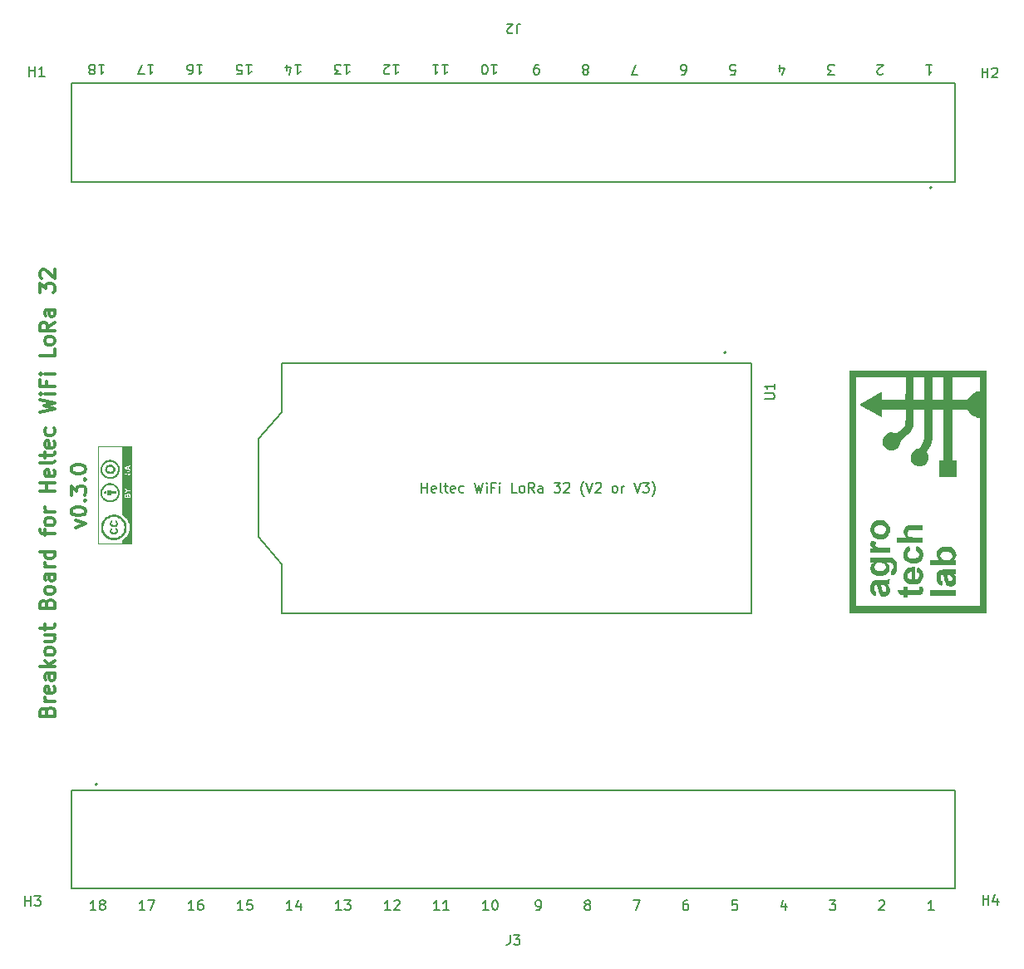
<source format=gbr>
%TF.GenerationSoftware,KiCad,Pcbnew,9.0.1*%
%TF.CreationDate,2025-06-03T11:03:30-03:00*%
%TF.ProjectId,breakout_heltec_wifi_lora_32,62726561-6b6f-4757-945f-68656c746563,v0.3.0*%
%TF.SameCoordinates,Original*%
%TF.FileFunction,Legend,Top*%
%TF.FilePolarity,Positive*%
%FSLAX46Y46*%
G04 Gerber Fmt 4.6, Leading zero omitted, Abs format (unit mm)*
G04 Created by KiCad (PCBNEW 9.0.1) date 2025-06-03 11:03:30*
%MOMM*%
%LPD*%
G01*
G04 APERTURE LIST*
%ADD10C,0.150000*%
%ADD11C,0.300000*%
%ADD12C,0.200000*%
%ADD13C,0.000000*%
%ADD14C,0.127000*%
G04 APERTURE END LIST*
D10*
X138479523Y-138434819D02*
X137908095Y-138434819D01*
X138193809Y-138434819D02*
X138193809Y-137434819D01*
X138193809Y-137434819D02*
X138098571Y-137577676D01*
X138098571Y-137577676D02*
X138003333Y-137672914D01*
X138003333Y-137672914D02*
X137908095Y-137720533D01*
X139431904Y-138434819D02*
X138860476Y-138434819D01*
X139146190Y-138434819D02*
X139146190Y-137434819D01*
X139146190Y-137434819D02*
X139050952Y-137577676D01*
X139050952Y-137577676D02*
X138955714Y-137672914D01*
X138955714Y-137672914D02*
X138860476Y-137720533D01*
X103479523Y-138434819D02*
X102908095Y-138434819D01*
X103193809Y-138434819D02*
X103193809Y-137434819D01*
X103193809Y-137434819D02*
X103098571Y-137577676D01*
X103098571Y-137577676D02*
X103003333Y-137672914D01*
X103003333Y-137672914D02*
X102908095Y-137720533D01*
X104050952Y-137863390D02*
X103955714Y-137815771D01*
X103955714Y-137815771D02*
X103908095Y-137768152D01*
X103908095Y-137768152D02*
X103860476Y-137672914D01*
X103860476Y-137672914D02*
X103860476Y-137625295D01*
X103860476Y-137625295D02*
X103908095Y-137530057D01*
X103908095Y-137530057D02*
X103955714Y-137482438D01*
X103955714Y-137482438D02*
X104050952Y-137434819D01*
X104050952Y-137434819D02*
X104241428Y-137434819D01*
X104241428Y-137434819D02*
X104336666Y-137482438D01*
X104336666Y-137482438D02*
X104384285Y-137530057D01*
X104384285Y-137530057D02*
X104431904Y-137625295D01*
X104431904Y-137625295D02*
X104431904Y-137672914D01*
X104431904Y-137672914D02*
X104384285Y-137768152D01*
X104384285Y-137768152D02*
X104336666Y-137815771D01*
X104336666Y-137815771D02*
X104241428Y-137863390D01*
X104241428Y-137863390D02*
X104050952Y-137863390D01*
X104050952Y-137863390D02*
X103955714Y-137911009D01*
X103955714Y-137911009D02*
X103908095Y-137958628D01*
X103908095Y-137958628D02*
X103860476Y-138053866D01*
X103860476Y-138053866D02*
X103860476Y-138244342D01*
X103860476Y-138244342D02*
X103908095Y-138339580D01*
X103908095Y-138339580D02*
X103955714Y-138387200D01*
X103955714Y-138387200D02*
X104050952Y-138434819D01*
X104050952Y-138434819D02*
X104241428Y-138434819D01*
X104241428Y-138434819D02*
X104336666Y-138387200D01*
X104336666Y-138387200D02*
X104384285Y-138339580D01*
X104384285Y-138339580D02*
X104431904Y-138244342D01*
X104431904Y-138244342D02*
X104431904Y-138053866D01*
X104431904Y-138053866D02*
X104384285Y-137958628D01*
X104384285Y-137958628D02*
X104336666Y-137911009D01*
X104336666Y-137911009D02*
X104241428Y-137863390D01*
X183274286Y-137540057D02*
X183321905Y-137492438D01*
X183321905Y-137492438D02*
X183417143Y-137444819D01*
X183417143Y-137444819D02*
X183655238Y-137444819D01*
X183655238Y-137444819D02*
X183750476Y-137492438D01*
X183750476Y-137492438D02*
X183798095Y-137540057D01*
X183798095Y-137540057D02*
X183845714Y-137635295D01*
X183845714Y-137635295D02*
X183845714Y-137730533D01*
X183845714Y-137730533D02*
X183798095Y-137873390D01*
X183798095Y-137873390D02*
X183226667Y-138444819D01*
X183226667Y-138444819D02*
X183845714Y-138444819D01*
X168798095Y-137444819D02*
X168321905Y-137444819D01*
X168321905Y-137444819D02*
X168274286Y-137921009D01*
X168274286Y-137921009D02*
X168321905Y-137873390D01*
X168321905Y-137873390D02*
X168417143Y-137825771D01*
X168417143Y-137825771D02*
X168655238Y-137825771D01*
X168655238Y-137825771D02*
X168750476Y-137873390D01*
X168750476Y-137873390D02*
X168798095Y-137921009D01*
X168798095Y-137921009D02*
X168845714Y-138016247D01*
X168845714Y-138016247D02*
X168845714Y-138254342D01*
X168845714Y-138254342D02*
X168798095Y-138349580D01*
X168798095Y-138349580D02*
X168750476Y-138397200D01*
X168750476Y-138397200D02*
X168655238Y-138444819D01*
X168655238Y-138444819D02*
X168417143Y-138444819D01*
X168417143Y-138444819D02*
X168321905Y-138397200D01*
X168321905Y-138397200D02*
X168274286Y-138349580D01*
X128479523Y-138434819D02*
X127908095Y-138434819D01*
X128193809Y-138434819D02*
X128193809Y-137434819D01*
X128193809Y-137434819D02*
X128098571Y-137577676D01*
X128098571Y-137577676D02*
X128003333Y-137672914D01*
X128003333Y-137672914D02*
X127908095Y-137720533D01*
X128812857Y-137434819D02*
X129431904Y-137434819D01*
X129431904Y-137434819D02*
X129098571Y-137815771D01*
X129098571Y-137815771D02*
X129241428Y-137815771D01*
X129241428Y-137815771D02*
X129336666Y-137863390D01*
X129336666Y-137863390D02*
X129384285Y-137911009D01*
X129384285Y-137911009D02*
X129431904Y-138006247D01*
X129431904Y-138006247D02*
X129431904Y-138244342D01*
X129431904Y-138244342D02*
X129384285Y-138339580D01*
X129384285Y-138339580D02*
X129336666Y-138387200D01*
X129336666Y-138387200D02*
X129241428Y-138434819D01*
X129241428Y-138434819D02*
X128955714Y-138434819D01*
X128955714Y-138434819D02*
X128860476Y-138387200D01*
X128860476Y-138387200D02*
X128812857Y-138339580D01*
X123760476Y-52285180D02*
X124331904Y-52285180D01*
X124046190Y-52285180D02*
X124046190Y-53285180D01*
X124046190Y-53285180D02*
X124141428Y-53142323D01*
X124141428Y-53142323D02*
X124236666Y-53047085D01*
X124236666Y-53047085D02*
X124331904Y-52999466D01*
X122903333Y-52951847D02*
X122903333Y-52285180D01*
X123141428Y-53332800D02*
X123379523Y-52618514D01*
X123379523Y-52618514D02*
X122760476Y-52618514D01*
X153464762Y-137873390D02*
X153369524Y-137825771D01*
X153369524Y-137825771D02*
X153321905Y-137778152D01*
X153321905Y-137778152D02*
X153274286Y-137682914D01*
X153274286Y-137682914D02*
X153274286Y-137635295D01*
X153274286Y-137635295D02*
X153321905Y-137540057D01*
X153321905Y-137540057D02*
X153369524Y-137492438D01*
X153369524Y-137492438D02*
X153464762Y-137444819D01*
X153464762Y-137444819D02*
X153655238Y-137444819D01*
X153655238Y-137444819D02*
X153750476Y-137492438D01*
X153750476Y-137492438D02*
X153798095Y-137540057D01*
X153798095Y-137540057D02*
X153845714Y-137635295D01*
X153845714Y-137635295D02*
X153845714Y-137682914D01*
X153845714Y-137682914D02*
X153798095Y-137778152D01*
X153798095Y-137778152D02*
X153750476Y-137825771D01*
X153750476Y-137825771D02*
X153655238Y-137873390D01*
X153655238Y-137873390D02*
X153464762Y-137873390D01*
X153464762Y-137873390D02*
X153369524Y-137921009D01*
X153369524Y-137921009D02*
X153321905Y-137968628D01*
X153321905Y-137968628D02*
X153274286Y-138063866D01*
X153274286Y-138063866D02*
X153274286Y-138254342D01*
X153274286Y-138254342D02*
X153321905Y-138349580D01*
X153321905Y-138349580D02*
X153369524Y-138397200D01*
X153369524Y-138397200D02*
X153464762Y-138444819D01*
X153464762Y-138444819D02*
X153655238Y-138444819D01*
X153655238Y-138444819D02*
X153750476Y-138397200D01*
X153750476Y-138397200D02*
X153798095Y-138349580D01*
X153798095Y-138349580D02*
X153845714Y-138254342D01*
X153845714Y-138254342D02*
X153845714Y-138063866D01*
X153845714Y-138063866D02*
X153798095Y-137968628D01*
X153798095Y-137968628D02*
X153750476Y-137921009D01*
X153750476Y-137921009D02*
X153655238Y-137873390D01*
X183645713Y-53209942D02*
X183598094Y-53257561D01*
X183598094Y-53257561D02*
X183502856Y-53305180D01*
X183502856Y-53305180D02*
X183264761Y-53305180D01*
X183264761Y-53305180D02*
X183169523Y-53257561D01*
X183169523Y-53257561D02*
X183121904Y-53209942D01*
X183121904Y-53209942D02*
X183074285Y-53114704D01*
X183074285Y-53114704D02*
X183074285Y-53019466D01*
X183074285Y-53019466D02*
X183121904Y-52876609D01*
X183121904Y-52876609D02*
X183693332Y-52305180D01*
X183693332Y-52305180D02*
X183074285Y-52305180D01*
X188074285Y-52305180D02*
X188645713Y-52305180D01*
X188359999Y-52305180D02*
X188359999Y-53305180D01*
X188359999Y-53305180D02*
X188455237Y-53162323D01*
X188455237Y-53162323D02*
X188550475Y-53067085D01*
X188550475Y-53067085D02*
X188645713Y-53019466D01*
D11*
X98485114Y-118195489D02*
X98556542Y-117981203D01*
X98556542Y-117981203D02*
X98627971Y-117909774D01*
X98627971Y-117909774D02*
X98770828Y-117838346D01*
X98770828Y-117838346D02*
X98985114Y-117838346D01*
X98985114Y-117838346D02*
X99127971Y-117909774D01*
X99127971Y-117909774D02*
X99199400Y-117981203D01*
X99199400Y-117981203D02*
X99270828Y-118124060D01*
X99270828Y-118124060D02*
X99270828Y-118695489D01*
X99270828Y-118695489D02*
X97770828Y-118695489D01*
X97770828Y-118695489D02*
X97770828Y-118195489D01*
X97770828Y-118195489D02*
X97842257Y-118052632D01*
X97842257Y-118052632D02*
X97913685Y-117981203D01*
X97913685Y-117981203D02*
X98056542Y-117909774D01*
X98056542Y-117909774D02*
X98199400Y-117909774D01*
X98199400Y-117909774D02*
X98342257Y-117981203D01*
X98342257Y-117981203D02*
X98413685Y-118052632D01*
X98413685Y-118052632D02*
X98485114Y-118195489D01*
X98485114Y-118195489D02*
X98485114Y-118695489D01*
X99270828Y-117195489D02*
X98270828Y-117195489D01*
X98556542Y-117195489D02*
X98413685Y-117124060D01*
X98413685Y-117124060D02*
X98342257Y-117052632D01*
X98342257Y-117052632D02*
X98270828Y-116909774D01*
X98270828Y-116909774D02*
X98270828Y-116766917D01*
X99199400Y-115695489D02*
X99270828Y-115838346D01*
X99270828Y-115838346D02*
X99270828Y-116124061D01*
X99270828Y-116124061D02*
X99199400Y-116266918D01*
X99199400Y-116266918D02*
X99056542Y-116338346D01*
X99056542Y-116338346D02*
X98485114Y-116338346D01*
X98485114Y-116338346D02*
X98342257Y-116266918D01*
X98342257Y-116266918D02*
X98270828Y-116124061D01*
X98270828Y-116124061D02*
X98270828Y-115838346D01*
X98270828Y-115838346D02*
X98342257Y-115695489D01*
X98342257Y-115695489D02*
X98485114Y-115624061D01*
X98485114Y-115624061D02*
X98627971Y-115624061D01*
X98627971Y-115624061D02*
X98770828Y-116338346D01*
X99270828Y-114338347D02*
X98485114Y-114338347D01*
X98485114Y-114338347D02*
X98342257Y-114409775D01*
X98342257Y-114409775D02*
X98270828Y-114552632D01*
X98270828Y-114552632D02*
X98270828Y-114838347D01*
X98270828Y-114838347D02*
X98342257Y-114981204D01*
X99199400Y-114338347D02*
X99270828Y-114481204D01*
X99270828Y-114481204D02*
X99270828Y-114838347D01*
X99270828Y-114838347D02*
X99199400Y-114981204D01*
X99199400Y-114981204D02*
X99056542Y-115052632D01*
X99056542Y-115052632D02*
X98913685Y-115052632D01*
X98913685Y-115052632D02*
X98770828Y-114981204D01*
X98770828Y-114981204D02*
X98699400Y-114838347D01*
X98699400Y-114838347D02*
X98699400Y-114481204D01*
X98699400Y-114481204D02*
X98627971Y-114338347D01*
X99270828Y-113624061D02*
X97770828Y-113624061D01*
X98699400Y-113481204D02*
X99270828Y-113052632D01*
X98270828Y-113052632D02*
X98842257Y-113624061D01*
X99270828Y-112195489D02*
X99199400Y-112338346D01*
X99199400Y-112338346D02*
X99127971Y-112409775D01*
X99127971Y-112409775D02*
X98985114Y-112481203D01*
X98985114Y-112481203D02*
X98556542Y-112481203D01*
X98556542Y-112481203D02*
X98413685Y-112409775D01*
X98413685Y-112409775D02*
X98342257Y-112338346D01*
X98342257Y-112338346D02*
X98270828Y-112195489D01*
X98270828Y-112195489D02*
X98270828Y-111981203D01*
X98270828Y-111981203D02*
X98342257Y-111838346D01*
X98342257Y-111838346D02*
X98413685Y-111766918D01*
X98413685Y-111766918D02*
X98556542Y-111695489D01*
X98556542Y-111695489D02*
X98985114Y-111695489D01*
X98985114Y-111695489D02*
X99127971Y-111766918D01*
X99127971Y-111766918D02*
X99199400Y-111838346D01*
X99199400Y-111838346D02*
X99270828Y-111981203D01*
X99270828Y-111981203D02*
X99270828Y-112195489D01*
X98270828Y-110409775D02*
X99270828Y-110409775D01*
X98270828Y-111052632D02*
X99056542Y-111052632D01*
X99056542Y-111052632D02*
X99199400Y-110981203D01*
X99199400Y-110981203D02*
X99270828Y-110838346D01*
X99270828Y-110838346D02*
X99270828Y-110624060D01*
X99270828Y-110624060D02*
X99199400Y-110481203D01*
X99199400Y-110481203D02*
X99127971Y-110409775D01*
X98270828Y-109909774D02*
X98270828Y-109338346D01*
X97770828Y-109695489D02*
X99056542Y-109695489D01*
X99056542Y-109695489D02*
X99199400Y-109624060D01*
X99199400Y-109624060D02*
X99270828Y-109481203D01*
X99270828Y-109481203D02*
X99270828Y-109338346D01*
X98485114Y-107195489D02*
X98556542Y-106981203D01*
X98556542Y-106981203D02*
X98627971Y-106909774D01*
X98627971Y-106909774D02*
X98770828Y-106838346D01*
X98770828Y-106838346D02*
X98985114Y-106838346D01*
X98985114Y-106838346D02*
X99127971Y-106909774D01*
X99127971Y-106909774D02*
X99199400Y-106981203D01*
X99199400Y-106981203D02*
X99270828Y-107124060D01*
X99270828Y-107124060D02*
X99270828Y-107695489D01*
X99270828Y-107695489D02*
X97770828Y-107695489D01*
X97770828Y-107695489D02*
X97770828Y-107195489D01*
X97770828Y-107195489D02*
X97842257Y-107052632D01*
X97842257Y-107052632D02*
X97913685Y-106981203D01*
X97913685Y-106981203D02*
X98056542Y-106909774D01*
X98056542Y-106909774D02*
X98199400Y-106909774D01*
X98199400Y-106909774D02*
X98342257Y-106981203D01*
X98342257Y-106981203D02*
X98413685Y-107052632D01*
X98413685Y-107052632D02*
X98485114Y-107195489D01*
X98485114Y-107195489D02*
X98485114Y-107695489D01*
X99270828Y-105981203D02*
X99199400Y-106124060D01*
X99199400Y-106124060D02*
X99127971Y-106195489D01*
X99127971Y-106195489D02*
X98985114Y-106266917D01*
X98985114Y-106266917D02*
X98556542Y-106266917D01*
X98556542Y-106266917D02*
X98413685Y-106195489D01*
X98413685Y-106195489D02*
X98342257Y-106124060D01*
X98342257Y-106124060D02*
X98270828Y-105981203D01*
X98270828Y-105981203D02*
X98270828Y-105766917D01*
X98270828Y-105766917D02*
X98342257Y-105624060D01*
X98342257Y-105624060D02*
X98413685Y-105552632D01*
X98413685Y-105552632D02*
X98556542Y-105481203D01*
X98556542Y-105481203D02*
X98985114Y-105481203D01*
X98985114Y-105481203D02*
X99127971Y-105552632D01*
X99127971Y-105552632D02*
X99199400Y-105624060D01*
X99199400Y-105624060D02*
X99270828Y-105766917D01*
X99270828Y-105766917D02*
X99270828Y-105981203D01*
X99270828Y-104195489D02*
X98485114Y-104195489D01*
X98485114Y-104195489D02*
X98342257Y-104266917D01*
X98342257Y-104266917D02*
X98270828Y-104409774D01*
X98270828Y-104409774D02*
X98270828Y-104695489D01*
X98270828Y-104695489D02*
X98342257Y-104838346D01*
X99199400Y-104195489D02*
X99270828Y-104338346D01*
X99270828Y-104338346D02*
X99270828Y-104695489D01*
X99270828Y-104695489D02*
X99199400Y-104838346D01*
X99199400Y-104838346D02*
X99056542Y-104909774D01*
X99056542Y-104909774D02*
X98913685Y-104909774D01*
X98913685Y-104909774D02*
X98770828Y-104838346D01*
X98770828Y-104838346D02*
X98699400Y-104695489D01*
X98699400Y-104695489D02*
X98699400Y-104338346D01*
X98699400Y-104338346D02*
X98627971Y-104195489D01*
X99270828Y-103481203D02*
X98270828Y-103481203D01*
X98556542Y-103481203D02*
X98413685Y-103409774D01*
X98413685Y-103409774D02*
X98342257Y-103338346D01*
X98342257Y-103338346D02*
X98270828Y-103195488D01*
X98270828Y-103195488D02*
X98270828Y-103052631D01*
X99270828Y-101909775D02*
X97770828Y-101909775D01*
X99199400Y-101909775D02*
X99270828Y-102052632D01*
X99270828Y-102052632D02*
X99270828Y-102338346D01*
X99270828Y-102338346D02*
X99199400Y-102481203D01*
X99199400Y-102481203D02*
X99127971Y-102552632D01*
X99127971Y-102552632D02*
X98985114Y-102624060D01*
X98985114Y-102624060D02*
X98556542Y-102624060D01*
X98556542Y-102624060D02*
X98413685Y-102552632D01*
X98413685Y-102552632D02*
X98342257Y-102481203D01*
X98342257Y-102481203D02*
X98270828Y-102338346D01*
X98270828Y-102338346D02*
X98270828Y-102052632D01*
X98270828Y-102052632D02*
X98342257Y-101909775D01*
X98270828Y-100266917D02*
X98270828Y-99695489D01*
X99270828Y-100052632D02*
X97985114Y-100052632D01*
X97985114Y-100052632D02*
X97842257Y-99981203D01*
X97842257Y-99981203D02*
X97770828Y-99838346D01*
X97770828Y-99838346D02*
X97770828Y-99695489D01*
X99270828Y-98981203D02*
X99199400Y-99124060D01*
X99199400Y-99124060D02*
X99127971Y-99195489D01*
X99127971Y-99195489D02*
X98985114Y-99266917D01*
X98985114Y-99266917D02*
X98556542Y-99266917D01*
X98556542Y-99266917D02*
X98413685Y-99195489D01*
X98413685Y-99195489D02*
X98342257Y-99124060D01*
X98342257Y-99124060D02*
X98270828Y-98981203D01*
X98270828Y-98981203D02*
X98270828Y-98766917D01*
X98270828Y-98766917D02*
X98342257Y-98624060D01*
X98342257Y-98624060D02*
X98413685Y-98552632D01*
X98413685Y-98552632D02*
X98556542Y-98481203D01*
X98556542Y-98481203D02*
X98985114Y-98481203D01*
X98985114Y-98481203D02*
X99127971Y-98552632D01*
X99127971Y-98552632D02*
X99199400Y-98624060D01*
X99199400Y-98624060D02*
X99270828Y-98766917D01*
X99270828Y-98766917D02*
X99270828Y-98981203D01*
X99270828Y-97838346D02*
X98270828Y-97838346D01*
X98556542Y-97838346D02*
X98413685Y-97766917D01*
X98413685Y-97766917D02*
X98342257Y-97695489D01*
X98342257Y-97695489D02*
X98270828Y-97552631D01*
X98270828Y-97552631D02*
X98270828Y-97409774D01*
X99270828Y-95766918D02*
X97770828Y-95766918D01*
X98485114Y-95766918D02*
X98485114Y-94909775D01*
X99270828Y-94909775D02*
X97770828Y-94909775D01*
X99199400Y-93624060D02*
X99270828Y-93766917D01*
X99270828Y-93766917D02*
X99270828Y-94052632D01*
X99270828Y-94052632D02*
X99199400Y-94195489D01*
X99199400Y-94195489D02*
X99056542Y-94266917D01*
X99056542Y-94266917D02*
X98485114Y-94266917D01*
X98485114Y-94266917D02*
X98342257Y-94195489D01*
X98342257Y-94195489D02*
X98270828Y-94052632D01*
X98270828Y-94052632D02*
X98270828Y-93766917D01*
X98270828Y-93766917D02*
X98342257Y-93624060D01*
X98342257Y-93624060D02*
X98485114Y-93552632D01*
X98485114Y-93552632D02*
X98627971Y-93552632D01*
X98627971Y-93552632D02*
X98770828Y-94266917D01*
X99270828Y-92695489D02*
X99199400Y-92838346D01*
X99199400Y-92838346D02*
X99056542Y-92909775D01*
X99056542Y-92909775D02*
X97770828Y-92909775D01*
X98270828Y-92338346D02*
X98270828Y-91766918D01*
X97770828Y-92124061D02*
X99056542Y-92124061D01*
X99056542Y-92124061D02*
X99199400Y-92052632D01*
X99199400Y-92052632D02*
X99270828Y-91909775D01*
X99270828Y-91909775D02*
X99270828Y-91766918D01*
X99199400Y-90695489D02*
X99270828Y-90838346D01*
X99270828Y-90838346D02*
X99270828Y-91124061D01*
X99270828Y-91124061D02*
X99199400Y-91266918D01*
X99199400Y-91266918D02*
X99056542Y-91338346D01*
X99056542Y-91338346D02*
X98485114Y-91338346D01*
X98485114Y-91338346D02*
X98342257Y-91266918D01*
X98342257Y-91266918D02*
X98270828Y-91124061D01*
X98270828Y-91124061D02*
X98270828Y-90838346D01*
X98270828Y-90838346D02*
X98342257Y-90695489D01*
X98342257Y-90695489D02*
X98485114Y-90624061D01*
X98485114Y-90624061D02*
X98627971Y-90624061D01*
X98627971Y-90624061D02*
X98770828Y-91338346D01*
X99199400Y-89338347D02*
X99270828Y-89481204D01*
X99270828Y-89481204D02*
X99270828Y-89766918D01*
X99270828Y-89766918D02*
X99199400Y-89909775D01*
X99199400Y-89909775D02*
X99127971Y-89981204D01*
X99127971Y-89981204D02*
X98985114Y-90052632D01*
X98985114Y-90052632D02*
X98556542Y-90052632D01*
X98556542Y-90052632D02*
X98413685Y-89981204D01*
X98413685Y-89981204D02*
X98342257Y-89909775D01*
X98342257Y-89909775D02*
X98270828Y-89766918D01*
X98270828Y-89766918D02*
X98270828Y-89481204D01*
X98270828Y-89481204D02*
X98342257Y-89338347D01*
X97770828Y-87695490D02*
X99270828Y-87338347D01*
X99270828Y-87338347D02*
X98199400Y-87052633D01*
X98199400Y-87052633D02*
X99270828Y-86766918D01*
X99270828Y-86766918D02*
X97770828Y-86409776D01*
X99270828Y-85838347D02*
X98270828Y-85838347D01*
X97770828Y-85838347D02*
X97842257Y-85909775D01*
X97842257Y-85909775D02*
X97913685Y-85838347D01*
X97913685Y-85838347D02*
X97842257Y-85766918D01*
X97842257Y-85766918D02*
X97770828Y-85838347D01*
X97770828Y-85838347D02*
X97913685Y-85838347D01*
X98485114Y-84624061D02*
X98485114Y-85124061D01*
X99270828Y-85124061D02*
X97770828Y-85124061D01*
X97770828Y-85124061D02*
X97770828Y-84409775D01*
X99270828Y-83838347D02*
X98270828Y-83838347D01*
X97770828Y-83838347D02*
X97842257Y-83909775D01*
X97842257Y-83909775D02*
X97913685Y-83838347D01*
X97913685Y-83838347D02*
X97842257Y-83766918D01*
X97842257Y-83766918D02*
X97770828Y-83838347D01*
X97770828Y-83838347D02*
X97913685Y-83838347D01*
X99270828Y-81266918D02*
X99270828Y-81981204D01*
X99270828Y-81981204D02*
X97770828Y-81981204D01*
X99270828Y-80552632D02*
X99199400Y-80695489D01*
X99199400Y-80695489D02*
X99127971Y-80766918D01*
X99127971Y-80766918D02*
X98985114Y-80838346D01*
X98985114Y-80838346D02*
X98556542Y-80838346D01*
X98556542Y-80838346D02*
X98413685Y-80766918D01*
X98413685Y-80766918D02*
X98342257Y-80695489D01*
X98342257Y-80695489D02*
X98270828Y-80552632D01*
X98270828Y-80552632D02*
X98270828Y-80338346D01*
X98270828Y-80338346D02*
X98342257Y-80195489D01*
X98342257Y-80195489D02*
X98413685Y-80124061D01*
X98413685Y-80124061D02*
X98556542Y-80052632D01*
X98556542Y-80052632D02*
X98985114Y-80052632D01*
X98985114Y-80052632D02*
X99127971Y-80124061D01*
X99127971Y-80124061D02*
X99199400Y-80195489D01*
X99199400Y-80195489D02*
X99270828Y-80338346D01*
X99270828Y-80338346D02*
X99270828Y-80552632D01*
X99270828Y-78552632D02*
X98556542Y-79052632D01*
X99270828Y-79409775D02*
X97770828Y-79409775D01*
X97770828Y-79409775D02*
X97770828Y-78838346D01*
X97770828Y-78838346D02*
X97842257Y-78695489D01*
X97842257Y-78695489D02*
X97913685Y-78624060D01*
X97913685Y-78624060D02*
X98056542Y-78552632D01*
X98056542Y-78552632D02*
X98270828Y-78552632D01*
X98270828Y-78552632D02*
X98413685Y-78624060D01*
X98413685Y-78624060D02*
X98485114Y-78695489D01*
X98485114Y-78695489D02*
X98556542Y-78838346D01*
X98556542Y-78838346D02*
X98556542Y-79409775D01*
X99270828Y-77266918D02*
X98485114Y-77266918D01*
X98485114Y-77266918D02*
X98342257Y-77338346D01*
X98342257Y-77338346D02*
X98270828Y-77481203D01*
X98270828Y-77481203D02*
X98270828Y-77766918D01*
X98270828Y-77766918D02*
X98342257Y-77909775D01*
X99199400Y-77266918D02*
X99270828Y-77409775D01*
X99270828Y-77409775D02*
X99270828Y-77766918D01*
X99270828Y-77766918D02*
X99199400Y-77909775D01*
X99199400Y-77909775D02*
X99056542Y-77981203D01*
X99056542Y-77981203D02*
X98913685Y-77981203D01*
X98913685Y-77981203D02*
X98770828Y-77909775D01*
X98770828Y-77909775D02*
X98699400Y-77766918D01*
X98699400Y-77766918D02*
X98699400Y-77409775D01*
X98699400Y-77409775D02*
X98627971Y-77266918D01*
X97770828Y-75552632D02*
X97770828Y-74624060D01*
X97770828Y-74624060D02*
X98342257Y-75124060D01*
X98342257Y-75124060D02*
X98342257Y-74909775D01*
X98342257Y-74909775D02*
X98413685Y-74766918D01*
X98413685Y-74766918D02*
X98485114Y-74695489D01*
X98485114Y-74695489D02*
X98627971Y-74624060D01*
X98627971Y-74624060D02*
X98985114Y-74624060D01*
X98985114Y-74624060D02*
X99127971Y-74695489D01*
X99127971Y-74695489D02*
X99199400Y-74766918D01*
X99199400Y-74766918D02*
X99270828Y-74909775D01*
X99270828Y-74909775D02*
X99270828Y-75338346D01*
X99270828Y-75338346D02*
X99199400Y-75481203D01*
X99199400Y-75481203D02*
X99127971Y-75552632D01*
X97913685Y-74052632D02*
X97842257Y-73981204D01*
X97842257Y-73981204D02*
X97770828Y-73838347D01*
X97770828Y-73838347D02*
X97770828Y-73481204D01*
X97770828Y-73481204D02*
X97842257Y-73338347D01*
X97842257Y-73338347D02*
X97913685Y-73266918D01*
X97913685Y-73266918D02*
X98056542Y-73195489D01*
X98056542Y-73195489D02*
X98199400Y-73195489D01*
X98199400Y-73195489D02*
X98413685Y-73266918D01*
X98413685Y-73266918D02*
X99270828Y-74124061D01*
X99270828Y-74124061D02*
X99270828Y-73195489D01*
D10*
X168121904Y-53305180D02*
X168598094Y-53305180D01*
X168598094Y-53305180D02*
X168645713Y-52828990D01*
X168645713Y-52828990D02*
X168598094Y-52876609D01*
X168598094Y-52876609D02*
X168502856Y-52924228D01*
X168502856Y-52924228D02*
X168264761Y-52924228D01*
X168264761Y-52924228D02*
X168169523Y-52876609D01*
X168169523Y-52876609D02*
X168121904Y-52828990D01*
X168121904Y-52828990D02*
X168074285Y-52733752D01*
X168074285Y-52733752D02*
X168074285Y-52495657D01*
X168074285Y-52495657D02*
X168121904Y-52400419D01*
X168121904Y-52400419D02*
X168169523Y-52352800D01*
X168169523Y-52352800D02*
X168264761Y-52305180D01*
X168264761Y-52305180D02*
X168502856Y-52305180D01*
X168502856Y-52305180D02*
X168598094Y-52352800D01*
X168598094Y-52352800D02*
X168645713Y-52400419D01*
X178693332Y-53305180D02*
X178074285Y-53305180D01*
X178074285Y-53305180D02*
X178407618Y-52924228D01*
X178407618Y-52924228D02*
X178264761Y-52924228D01*
X178264761Y-52924228D02*
X178169523Y-52876609D01*
X178169523Y-52876609D02*
X178121904Y-52828990D01*
X178121904Y-52828990D02*
X178074285Y-52733752D01*
X178074285Y-52733752D02*
X178074285Y-52495657D01*
X178074285Y-52495657D02*
X178121904Y-52400419D01*
X178121904Y-52400419D02*
X178169523Y-52352800D01*
X178169523Y-52352800D02*
X178264761Y-52305180D01*
X178264761Y-52305180D02*
X178550475Y-52305180D01*
X178550475Y-52305180D02*
X178645713Y-52352800D01*
X178645713Y-52352800D02*
X178693332Y-52400419D01*
X163169523Y-53305180D02*
X163359999Y-53305180D01*
X163359999Y-53305180D02*
X163455237Y-53257561D01*
X163455237Y-53257561D02*
X163502856Y-53209942D01*
X163502856Y-53209942D02*
X163598094Y-53067085D01*
X163598094Y-53067085D02*
X163645713Y-52876609D01*
X163645713Y-52876609D02*
X163645713Y-52495657D01*
X163645713Y-52495657D02*
X163598094Y-52400419D01*
X163598094Y-52400419D02*
X163550475Y-52352800D01*
X163550475Y-52352800D02*
X163455237Y-52305180D01*
X163455237Y-52305180D02*
X163264761Y-52305180D01*
X163264761Y-52305180D02*
X163169523Y-52352800D01*
X163169523Y-52352800D02*
X163121904Y-52400419D01*
X163121904Y-52400419D02*
X163074285Y-52495657D01*
X163074285Y-52495657D02*
X163074285Y-52733752D01*
X163074285Y-52733752D02*
X163121904Y-52828990D01*
X163121904Y-52828990D02*
X163169523Y-52876609D01*
X163169523Y-52876609D02*
X163264761Y-52924228D01*
X163264761Y-52924228D02*
X163455237Y-52924228D01*
X163455237Y-52924228D02*
X163550475Y-52876609D01*
X163550475Y-52876609D02*
X163598094Y-52828990D01*
X163598094Y-52828990D02*
X163645713Y-52733752D01*
X173169523Y-52971847D02*
X173169523Y-52305180D01*
X173407618Y-53352800D02*
X173645713Y-52638514D01*
X173645713Y-52638514D02*
X173026666Y-52638514D01*
X148550475Y-52305180D02*
X148359999Y-52305180D01*
X148359999Y-52305180D02*
X148264761Y-52352800D01*
X148264761Y-52352800D02*
X148217142Y-52400419D01*
X148217142Y-52400419D02*
X148121904Y-52543276D01*
X148121904Y-52543276D02*
X148074285Y-52733752D01*
X148074285Y-52733752D02*
X148074285Y-53114704D01*
X148074285Y-53114704D02*
X148121904Y-53209942D01*
X148121904Y-53209942D02*
X148169523Y-53257561D01*
X148169523Y-53257561D02*
X148264761Y-53305180D01*
X148264761Y-53305180D02*
X148455237Y-53305180D01*
X148455237Y-53305180D02*
X148550475Y-53257561D01*
X148550475Y-53257561D02*
X148598094Y-53209942D01*
X148598094Y-53209942D02*
X148645713Y-53114704D01*
X148645713Y-53114704D02*
X148645713Y-52876609D01*
X148645713Y-52876609D02*
X148598094Y-52781371D01*
X148598094Y-52781371D02*
X148550475Y-52733752D01*
X148550475Y-52733752D02*
X148455237Y-52686133D01*
X148455237Y-52686133D02*
X148264761Y-52686133D01*
X148264761Y-52686133D02*
X148169523Y-52733752D01*
X148169523Y-52733752D02*
X148121904Y-52781371D01*
X148121904Y-52781371D02*
X148074285Y-52876609D01*
X178226667Y-137444819D02*
X178845714Y-137444819D01*
X178845714Y-137444819D02*
X178512381Y-137825771D01*
X178512381Y-137825771D02*
X178655238Y-137825771D01*
X178655238Y-137825771D02*
X178750476Y-137873390D01*
X178750476Y-137873390D02*
X178798095Y-137921009D01*
X178798095Y-137921009D02*
X178845714Y-138016247D01*
X178845714Y-138016247D02*
X178845714Y-138254342D01*
X178845714Y-138254342D02*
X178798095Y-138349580D01*
X178798095Y-138349580D02*
X178750476Y-138397200D01*
X178750476Y-138397200D02*
X178655238Y-138444819D01*
X178655238Y-138444819D02*
X178369524Y-138444819D01*
X178369524Y-138444819D02*
X178274286Y-138397200D01*
X178274286Y-138397200D02*
X178226667Y-138349580D01*
X133479523Y-138434819D02*
X132908095Y-138434819D01*
X133193809Y-138434819D02*
X133193809Y-137434819D01*
X133193809Y-137434819D02*
X133098571Y-137577676D01*
X133098571Y-137577676D02*
X133003333Y-137672914D01*
X133003333Y-137672914D02*
X132908095Y-137720533D01*
X133860476Y-137530057D02*
X133908095Y-137482438D01*
X133908095Y-137482438D02*
X134003333Y-137434819D01*
X134003333Y-137434819D02*
X134241428Y-137434819D01*
X134241428Y-137434819D02*
X134336666Y-137482438D01*
X134336666Y-137482438D02*
X134384285Y-137530057D01*
X134384285Y-137530057D02*
X134431904Y-137625295D01*
X134431904Y-137625295D02*
X134431904Y-137720533D01*
X134431904Y-137720533D02*
X134384285Y-137863390D01*
X134384285Y-137863390D02*
X133812857Y-138434819D01*
X133812857Y-138434819D02*
X134431904Y-138434819D01*
X103760476Y-52285180D02*
X104331904Y-52285180D01*
X104046190Y-52285180D02*
X104046190Y-53285180D01*
X104046190Y-53285180D02*
X104141428Y-53142323D01*
X104141428Y-53142323D02*
X104236666Y-53047085D01*
X104236666Y-53047085D02*
X104331904Y-52999466D01*
X103189047Y-52856609D02*
X103284285Y-52904228D01*
X103284285Y-52904228D02*
X103331904Y-52951847D01*
X103331904Y-52951847D02*
X103379523Y-53047085D01*
X103379523Y-53047085D02*
X103379523Y-53094704D01*
X103379523Y-53094704D02*
X103331904Y-53189942D01*
X103331904Y-53189942D02*
X103284285Y-53237561D01*
X103284285Y-53237561D02*
X103189047Y-53285180D01*
X103189047Y-53285180D02*
X102998571Y-53285180D01*
X102998571Y-53285180D02*
X102903333Y-53237561D01*
X102903333Y-53237561D02*
X102855714Y-53189942D01*
X102855714Y-53189942D02*
X102808095Y-53094704D01*
X102808095Y-53094704D02*
X102808095Y-53047085D01*
X102808095Y-53047085D02*
X102855714Y-52951847D01*
X102855714Y-52951847D02*
X102903333Y-52904228D01*
X102903333Y-52904228D02*
X102998571Y-52856609D01*
X102998571Y-52856609D02*
X103189047Y-52856609D01*
X103189047Y-52856609D02*
X103284285Y-52808990D01*
X103284285Y-52808990D02*
X103331904Y-52761371D01*
X103331904Y-52761371D02*
X103379523Y-52666133D01*
X103379523Y-52666133D02*
X103379523Y-52475657D01*
X103379523Y-52475657D02*
X103331904Y-52380419D01*
X103331904Y-52380419D02*
X103284285Y-52332800D01*
X103284285Y-52332800D02*
X103189047Y-52285180D01*
X103189047Y-52285180D02*
X102998571Y-52285180D01*
X102998571Y-52285180D02*
X102903333Y-52332800D01*
X102903333Y-52332800D02*
X102855714Y-52380419D01*
X102855714Y-52380419D02*
X102808095Y-52475657D01*
X102808095Y-52475657D02*
X102808095Y-52666133D01*
X102808095Y-52666133D02*
X102855714Y-52761371D01*
X102855714Y-52761371D02*
X102903333Y-52808990D01*
X102903333Y-52808990D02*
X102998571Y-52856609D01*
X158226667Y-137444819D02*
X158893333Y-137444819D01*
X158893333Y-137444819D02*
X158464762Y-138444819D01*
X148369524Y-138444819D02*
X148560000Y-138444819D01*
X148560000Y-138444819D02*
X148655238Y-138397200D01*
X148655238Y-138397200D02*
X148702857Y-138349580D01*
X148702857Y-138349580D02*
X148798095Y-138206723D01*
X148798095Y-138206723D02*
X148845714Y-138016247D01*
X148845714Y-138016247D02*
X148845714Y-137635295D01*
X148845714Y-137635295D02*
X148798095Y-137540057D01*
X148798095Y-137540057D02*
X148750476Y-137492438D01*
X148750476Y-137492438D02*
X148655238Y-137444819D01*
X148655238Y-137444819D02*
X148464762Y-137444819D01*
X148464762Y-137444819D02*
X148369524Y-137492438D01*
X148369524Y-137492438D02*
X148321905Y-137540057D01*
X148321905Y-137540057D02*
X148274286Y-137635295D01*
X148274286Y-137635295D02*
X148274286Y-137873390D01*
X148274286Y-137873390D02*
X148321905Y-137968628D01*
X148321905Y-137968628D02*
X148369524Y-138016247D01*
X148369524Y-138016247D02*
X148464762Y-138063866D01*
X148464762Y-138063866D02*
X148655238Y-138063866D01*
X148655238Y-138063866D02*
X148750476Y-138016247D01*
X148750476Y-138016247D02*
X148798095Y-137968628D01*
X148798095Y-137968628D02*
X148845714Y-137873390D01*
D11*
X101460828Y-99448346D02*
X102460828Y-99091203D01*
X102460828Y-99091203D02*
X101460828Y-98734060D01*
X100960828Y-97876917D02*
X100960828Y-97734060D01*
X100960828Y-97734060D02*
X101032257Y-97591203D01*
X101032257Y-97591203D02*
X101103685Y-97519775D01*
X101103685Y-97519775D02*
X101246542Y-97448346D01*
X101246542Y-97448346D02*
X101532257Y-97376917D01*
X101532257Y-97376917D02*
X101889400Y-97376917D01*
X101889400Y-97376917D02*
X102175114Y-97448346D01*
X102175114Y-97448346D02*
X102317971Y-97519775D01*
X102317971Y-97519775D02*
X102389400Y-97591203D01*
X102389400Y-97591203D02*
X102460828Y-97734060D01*
X102460828Y-97734060D02*
X102460828Y-97876917D01*
X102460828Y-97876917D02*
X102389400Y-98019775D01*
X102389400Y-98019775D02*
X102317971Y-98091203D01*
X102317971Y-98091203D02*
X102175114Y-98162632D01*
X102175114Y-98162632D02*
X101889400Y-98234060D01*
X101889400Y-98234060D02*
X101532257Y-98234060D01*
X101532257Y-98234060D02*
X101246542Y-98162632D01*
X101246542Y-98162632D02*
X101103685Y-98091203D01*
X101103685Y-98091203D02*
X101032257Y-98019775D01*
X101032257Y-98019775D02*
X100960828Y-97876917D01*
X102317971Y-96734061D02*
X102389400Y-96662632D01*
X102389400Y-96662632D02*
X102460828Y-96734061D01*
X102460828Y-96734061D02*
X102389400Y-96805489D01*
X102389400Y-96805489D02*
X102317971Y-96734061D01*
X102317971Y-96734061D02*
X102460828Y-96734061D01*
X100960828Y-96162632D02*
X100960828Y-95234060D01*
X100960828Y-95234060D02*
X101532257Y-95734060D01*
X101532257Y-95734060D02*
X101532257Y-95519775D01*
X101532257Y-95519775D02*
X101603685Y-95376918D01*
X101603685Y-95376918D02*
X101675114Y-95305489D01*
X101675114Y-95305489D02*
X101817971Y-95234060D01*
X101817971Y-95234060D02*
X102175114Y-95234060D01*
X102175114Y-95234060D02*
X102317971Y-95305489D01*
X102317971Y-95305489D02*
X102389400Y-95376918D01*
X102389400Y-95376918D02*
X102460828Y-95519775D01*
X102460828Y-95519775D02*
X102460828Y-95948346D01*
X102460828Y-95948346D02*
X102389400Y-96091203D01*
X102389400Y-96091203D02*
X102317971Y-96162632D01*
X102317971Y-94591204D02*
X102389400Y-94519775D01*
X102389400Y-94519775D02*
X102460828Y-94591204D01*
X102460828Y-94591204D02*
X102389400Y-94662632D01*
X102389400Y-94662632D02*
X102317971Y-94591204D01*
X102317971Y-94591204D02*
X102460828Y-94591204D01*
X100960828Y-93591203D02*
X100960828Y-93448346D01*
X100960828Y-93448346D02*
X101032257Y-93305489D01*
X101032257Y-93305489D02*
X101103685Y-93234061D01*
X101103685Y-93234061D02*
X101246542Y-93162632D01*
X101246542Y-93162632D02*
X101532257Y-93091203D01*
X101532257Y-93091203D02*
X101889400Y-93091203D01*
X101889400Y-93091203D02*
X102175114Y-93162632D01*
X102175114Y-93162632D02*
X102317971Y-93234061D01*
X102317971Y-93234061D02*
X102389400Y-93305489D01*
X102389400Y-93305489D02*
X102460828Y-93448346D01*
X102460828Y-93448346D02*
X102460828Y-93591203D01*
X102460828Y-93591203D02*
X102389400Y-93734061D01*
X102389400Y-93734061D02*
X102317971Y-93805489D01*
X102317971Y-93805489D02*
X102175114Y-93876918D01*
X102175114Y-93876918D02*
X101889400Y-93948346D01*
X101889400Y-93948346D02*
X101532257Y-93948346D01*
X101532257Y-93948346D02*
X101246542Y-93876918D01*
X101246542Y-93876918D02*
X101103685Y-93805489D01*
X101103685Y-93805489D02*
X101032257Y-93734061D01*
X101032257Y-93734061D02*
X100960828Y-93591203D01*
D10*
X143479523Y-138434819D02*
X142908095Y-138434819D01*
X143193809Y-138434819D02*
X143193809Y-137434819D01*
X143193809Y-137434819D02*
X143098571Y-137577676D01*
X143098571Y-137577676D02*
X143003333Y-137672914D01*
X143003333Y-137672914D02*
X142908095Y-137720533D01*
X144098571Y-137434819D02*
X144193809Y-137434819D01*
X144193809Y-137434819D02*
X144289047Y-137482438D01*
X144289047Y-137482438D02*
X144336666Y-137530057D01*
X144336666Y-137530057D02*
X144384285Y-137625295D01*
X144384285Y-137625295D02*
X144431904Y-137815771D01*
X144431904Y-137815771D02*
X144431904Y-138053866D01*
X144431904Y-138053866D02*
X144384285Y-138244342D01*
X144384285Y-138244342D02*
X144336666Y-138339580D01*
X144336666Y-138339580D02*
X144289047Y-138387200D01*
X144289047Y-138387200D02*
X144193809Y-138434819D01*
X144193809Y-138434819D02*
X144098571Y-138434819D01*
X144098571Y-138434819D02*
X144003333Y-138387200D01*
X144003333Y-138387200D02*
X143955714Y-138339580D01*
X143955714Y-138339580D02*
X143908095Y-138244342D01*
X143908095Y-138244342D02*
X143860476Y-138053866D01*
X143860476Y-138053866D02*
X143860476Y-137815771D01*
X143860476Y-137815771D02*
X143908095Y-137625295D01*
X143908095Y-137625295D02*
X143955714Y-137530057D01*
X143955714Y-137530057D02*
X144003333Y-137482438D01*
X144003333Y-137482438D02*
X144098571Y-137434819D01*
X118760476Y-52285180D02*
X119331904Y-52285180D01*
X119046190Y-52285180D02*
X119046190Y-53285180D01*
X119046190Y-53285180D02*
X119141428Y-53142323D01*
X119141428Y-53142323D02*
X119236666Y-53047085D01*
X119236666Y-53047085D02*
X119331904Y-52999466D01*
X117855714Y-53285180D02*
X118331904Y-53285180D01*
X118331904Y-53285180D02*
X118379523Y-52808990D01*
X118379523Y-52808990D02*
X118331904Y-52856609D01*
X118331904Y-52856609D02*
X118236666Y-52904228D01*
X118236666Y-52904228D02*
X117998571Y-52904228D01*
X117998571Y-52904228D02*
X117903333Y-52856609D01*
X117903333Y-52856609D02*
X117855714Y-52808990D01*
X117855714Y-52808990D02*
X117808095Y-52713752D01*
X117808095Y-52713752D02*
X117808095Y-52475657D01*
X117808095Y-52475657D02*
X117855714Y-52380419D01*
X117855714Y-52380419D02*
X117903333Y-52332800D01*
X117903333Y-52332800D02*
X117998571Y-52285180D01*
X117998571Y-52285180D02*
X118236666Y-52285180D01*
X118236666Y-52285180D02*
X118331904Y-52332800D01*
X118331904Y-52332800D02*
X118379523Y-52380419D01*
X108760476Y-52285180D02*
X109331904Y-52285180D01*
X109046190Y-52285180D02*
X109046190Y-53285180D01*
X109046190Y-53285180D02*
X109141428Y-53142323D01*
X109141428Y-53142323D02*
X109236666Y-53047085D01*
X109236666Y-53047085D02*
X109331904Y-52999466D01*
X108427142Y-53285180D02*
X107760476Y-53285180D01*
X107760476Y-53285180D02*
X108189047Y-52285180D01*
X123479523Y-138434819D02*
X122908095Y-138434819D01*
X123193809Y-138434819D02*
X123193809Y-137434819D01*
X123193809Y-137434819D02*
X123098571Y-137577676D01*
X123098571Y-137577676D02*
X123003333Y-137672914D01*
X123003333Y-137672914D02*
X122908095Y-137720533D01*
X124336666Y-137768152D02*
X124336666Y-138434819D01*
X124098571Y-137387200D02*
X123860476Y-138101485D01*
X123860476Y-138101485D02*
X124479523Y-138101485D01*
X128760476Y-52285180D02*
X129331904Y-52285180D01*
X129046190Y-52285180D02*
X129046190Y-53285180D01*
X129046190Y-53285180D02*
X129141428Y-53142323D01*
X129141428Y-53142323D02*
X129236666Y-53047085D01*
X129236666Y-53047085D02*
X129331904Y-52999466D01*
X128427142Y-53285180D02*
X127808095Y-53285180D01*
X127808095Y-53285180D02*
X128141428Y-52904228D01*
X128141428Y-52904228D02*
X127998571Y-52904228D01*
X127998571Y-52904228D02*
X127903333Y-52856609D01*
X127903333Y-52856609D02*
X127855714Y-52808990D01*
X127855714Y-52808990D02*
X127808095Y-52713752D01*
X127808095Y-52713752D02*
X127808095Y-52475657D01*
X127808095Y-52475657D02*
X127855714Y-52380419D01*
X127855714Y-52380419D02*
X127903333Y-52332800D01*
X127903333Y-52332800D02*
X127998571Y-52285180D01*
X127998571Y-52285180D02*
X128284285Y-52285180D01*
X128284285Y-52285180D02*
X128379523Y-52332800D01*
X128379523Y-52332800D02*
X128427142Y-52380419D01*
X133760476Y-52285180D02*
X134331904Y-52285180D01*
X134046190Y-52285180D02*
X134046190Y-53285180D01*
X134046190Y-53285180D02*
X134141428Y-53142323D01*
X134141428Y-53142323D02*
X134236666Y-53047085D01*
X134236666Y-53047085D02*
X134331904Y-52999466D01*
X133379523Y-53189942D02*
X133331904Y-53237561D01*
X133331904Y-53237561D02*
X133236666Y-53285180D01*
X133236666Y-53285180D02*
X132998571Y-53285180D01*
X132998571Y-53285180D02*
X132903333Y-53237561D01*
X132903333Y-53237561D02*
X132855714Y-53189942D01*
X132855714Y-53189942D02*
X132808095Y-53094704D01*
X132808095Y-53094704D02*
X132808095Y-52999466D01*
X132808095Y-52999466D02*
X132855714Y-52856609D01*
X132855714Y-52856609D02*
X133427142Y-52285180D01*
X133427142Y-52285180D02*
X132808095Y-52285180D01*
X108479523Y-138434819D02*
X107908095Y-138434819D01*
X108193809Y-138434819D02*
X108193809Y-137434819D01*
X108193809Y-137434819D02*
X108098571Y-137577676D01*
X108098571Y-137577676D02*
X108003333Y-137672914D01*
X108003333Y-137672914D02*
X107908095Y-137720533D01*
X108812857Y-137434819D02*
X109479523Y-137434819D01*
X109479523Y-137434819D02*
X109050952Y-138434819D01*
X163750476Y-137444819D02*
X163560000Y-137444819D01*
X163560000Y-137444819D02*
X163464762Y-137492438D01*
X163464762Y-137492438D02*
X163417143Y-137540057D01*
X163417143Y-137540057D02*
X163321905Y-137682914D01*
X163321905Y-137682914D02*
X163274286Y-137873390D01*
X163274286Y-137873390D02*
X163274286Y-138254342D01*
X163274286Y-138254342D02*
X163321905Y-138349580D01*
X163321905Y-138349580D02*
X163369524Y-138397200D01*
X163369524Y-138397200D02*
X163464762Y-138444819D01*
X163464762Y-138444819D02*
X163655238Y-138444819D01*
X163655238Y-138444819D02*
X163750476Y-138397200D01*
X163750476Y-138397200D02*
X163798095Y-138349580D01*
X163798095Y-138349580D02*
X163845714Y-138254342D01*
X163845714Y-138254342D02*
X163845714Y-138016247D01*
X163845714Y-138016247D02*
X163798095Y-137921009D01*
X163798095Y-137921009D02*
X163750476Y-137873390D01*
X163750476Y-137873390D02*
X163655238Y-137825771D01*
X163655238Y-137825771D02*
X163464762Y-137825771D01*
X163464762Y-137825771D02*
X163369524Y-137873390D01*
X163369524Y-137873390D02*
X163321905Y-137921009D01*
X163321905Y-137921009D02*
X163274286Y-138016247D01*
X173750476Y-137778152D02*
X173750476Y-138444819D01*
X173512381Y-137397200D02*
X173274286Y-138111485D01*
X173274286Y-138111485D02*
X173893333Y-138111485D01*
X113479523Y-138434819D02*
X112908095Y-138434819D01*
X113193809Y-138434819D02*
X113193809Y-137434819D01*
X113193809Y-137434819D02*
X113098571Y-137577676D01*
X113098571Y-137577676D02*
X113003333Y-137672914D01*
X113003333Y-137672914D02*
X112908095Y-137720533D01*
X114336666Y-137434819D02*
X114146190Y-137434819D01*
X114146190Y-137434819D02*
X114050952Y-137482438D01*
X114050952Y-137482438D02*
X114003333Y-137530057D01*
X114003333Y-137530057D02*
X113908095Y-137672914D01*
X113908095Y-137672914D02*
X113860476Y-137863390D01*
X113860476Y-137863390D02*
X113860476Y-138244342D01*
X113860476Y-138244342D02*
X113908095Y-138339580D01*
X113908095Y-138339580D02*
X113955714Y-138387200D01*
X113955714Y-138387200D02*
X114050952Y-138434819D01*
X114050952Y-138434819D02*
X114241428Y-138434819D01*
X114241428Y-138434819D02*
X114336666Y-138387200D01*
X114336666Y-138387200D02*
X114384285Y-138339580D01*
X114384285Y-138339580D02*
X114431904Y-138244342D01*
X114431904Y-138244342D02*
X114431904Y-138006247D01*
X114431904Y-138006247D02*
X114384285Y-137911009D01*
X114384285Y-137911009D02*
X114336666Y-137863390D01*
X114336666Y-137863390D02*
X114241428Y-137815771D01*
X114241428Y-137815771D02*
X114050952Y-137815771D01*
X114050952Y-137815771D02*
X113955714Y-137863390D01*
X113955714Y-137863390D02*
X113908095Y-137911009D01*
X113908095Y-137911009D02*
X113860476Y-138006247D01*
X143760476Y-52285180D02*
X144331904Y-52285180D01*
X144046190Y-52285180D02*
X144046190Y-53285180D01*
X144046190Y-53285180D02*
X144141428Y-53142323D01*
X144141428Y-53142323D02*
X144236666Y-53047085D01*
X144236666Y-53047085D02*
X144331904Y-52999466D01*
X143141428Y-53285180D02*
X143046190Y-53285180D01*
X143046190Y-53285180D02*
X142950952Y-53237561D01*
X142950952Y-53237561D02*
X142903333Y-53189942D01*
X142903333Y-53189942D02*
X142855714Y-53094704D01*
X142855714Y-53094704D02*
X142808095Y-52904228D01*
X142808095Y-52904228D02*
X142808095Y-52666133D01*
X142808095Y-52666133D02*
X142855714Y-52475657D01*
X142855714Y-52475657D02*
X142903333Y-52380419D01*
X142903333Y-52380419D02*
X142950952Y-52332800D01*
X142950952Y-52332800D02*
X143046190Y-52285180D01*
X143046190Y-52285180D02*
X143141428Y-52285180D01*
X143141428Y-52285180D02*
X143236666Y-52332800D01*
X143236666Y-52332800D02*
X143284285Y-52380419D01*
X143284285Y-52380419D02*
X143331904Y-52475657D01*
X143331904Y-52475657D02*
X143379523Y-52666133D01*
X143379523Y-52666133D02*
X143379523Y-52904228D01*
X143379523Y-52904228D02*
X143331904Y-53094704D01*
X143331904Y-53094704D02*
X143284285Y-53189942D01*
X143284285Y-53189942D02*
X143236666Y-53237561D01*
X143236666Y-53237561D02*
X143141428Y-53285180D01*
X188845714Y-138444819D02*
X188274286Y-138444819D01*
X188560000Y-138444819D02*
X188560000Y-137444819D01*
X188560000Y-137444819D02*
X188464762Y-137587676D01*
X188464762Y-137587676D02*
X188369524Y-137682914D01*
X188369524Y-137682914D02*
X188274286Y-137730533D01*
X153455237Y-52876609D02*
X153550475Y-52924228D01*
X153550475Y-52924228D02*
X153598094Y-52971847D01*
X153598094Y-52971847D02*
X153645713Y-53067085D01*
X153645713Y-53067085D02*
X153645713Y-53114704D01*
X153645713Y-53114704D02*
X153598094Y-53209942D01*
X153598094Y-53209942D02*
X153550475Y-53257561D01*
X153550475Y-53257561D02*
X153455237Y-53305180D01*
X153455237Y-53305180D02*
X153264761Y-53305180D01*
X153264761Y-53305180D02*
X153169523Y-53257561D01*
X153169523Y-53257561D02*
X153121904Y-53209942D01*
X153121904Y-53209942D02*
X153074285Y-53114704D01*
X153074285Y-53114704D02*
X153074285Y-53067085D01*
X153074285Y-53067085D02*
X153121904Y-52971847D01*
X153121904Y-52971847D02*
X153169523Y-52924228D01*
X153169523Y-52924228D02*
X153264761Y-52876609D01*
X153264761Y-52876609D02*
X153455237Y-52876609D01*
X153455237Y-52876609D02*
X153550475Y-52828990D01*
X153550475Y-52828990D02*
X153598094Y-52781371D01*
X153598094Y-52781371D02*
X153645713Y-52686133D01*
X153645713Y-52686133D02*
X153645713Y-52495657D01*
X153645713Y-52495657D02*
X153598094Y-52400419D01*
X153598094Y-52400419D02*
X153550475Y-52352800D01*
X153550475Y-52352800D02*
X153455237Y-52305180D01*
X153455237Y-52305180D02*
X153264761Y-52305180D01*
X153264761Y-52305180D02*
X153169523Y-52352800D01*
X153169523Y-52352800D02*
X153121904Y-52400419D01*
X153121904Y-52400419D02*
X153074285Y-52495657D01*
X153074285Y-52495657D02*
X153074285Y-52686133D01*
X153074285Y-52686133D02*
X153121904Y-52781371D01*
X153121904Y-52781371D02*
X153169523Y-52828990D01*
X153169523Y-52828990D02*
X153264761Y-52876609D01*
X138760476Y-52285180D02*
X139331904Y-52285180D01*
X139046190Y-52285180D02*
X139046190Y-53285180D01*
X139046190Y-53285180D02*
X139141428Y-53142323D01*
X139141428Y-53142323D02*
X139236666Y-53047085D01*
X139236666Y-53047085D02*
X139331904Y-52999466D01*
X137808095Y-52285180D02*
X138379523Y-52285180D01*
X138093809Y-52285180D02*
X138093809Y-53285180D01*
X138093809Y-53285180D02*
X138189047Y-53142323D01*
X138189047Y-53142323D02*
X138284285Y-53047085D01*
X138284285Y-53047085D02*
X138379523Y-52999466D01*
X113760476Y-52285180D02*
X114331904Y-52285180D01*
X114046190Y-52285180D02*
X114046190Y-53285180D01*
X114046190Y-53285180D02*
X114141428Y-53142323D01*
X114141428Y-53142323D02*
X114236666Y-53047085D01*
X114236666Y-53047085D02*
X114331904Y-52999466D01*
X112903333Y-53285180D02*
X113093809Y-53285180D01*
X113093809Y-53285180D02*
X113189047Y-53237561D01*
X113189047Y-53237561D02*
X113236666Y-53189942D01*
X113236666Y-53189942D02*
X113331904Y-53047085D01*
X113331904Y-53047085D02*
X113379523Y-52856609D01*
X113379523Y-52856609D02*
X113379523Y-52475657D01*
X113379523Y-52475657D02*
X113331904Y-52380419D01*
X113331904Y-52380419D02*
X113284285Y-52332800D01*
X113284285Y-52332800D02*
X113189047Y-52285180D01*
X113189047Y-52285180D02*
X112998571Y-52285180D01*
X112998571Y-52285180D02*
X112903333Y-52332800D01*
X112903333Y-52332800D02*
X112855714Y-52380419D01*
X112855714Y-52380419D02*
X112808095Y-52475657D01*
X112808095Y-52475657D02*
X112808095Y-52713752D01*
X112808095Y-52713752D02*
X112855714Y-52808990D01*
X112855714Y-52808990D02*
X112903333Y-52856609D01*
X112903333Y-52856609D02*
X112998571Y-52904228D01*
X112998571Y-52904228D02*
X113189047Y-52904228D01*
X113189047Y-52904228D02*
X113284285Y-52856609D01*
X113284285Y-52856609D02*
X113331904Y-52808990D01*
X113331904Y-52808990D02*
X113379523Y-52713752D01*
X118479523Y-138434819D02*
X117908095Y-138434819D01*
X118193809Y-138434819D02*
X118193809Y-137434819D01*
X118193809Y-137434819D02*
X118098571Y-137577676D01*
X118098571Y-137577676D02*
X118003333Y-137672914D01*
X118003333Y-137672914D02*
X117908095Y-137720533D01*
X119384285Y-137434819D02*
X118908095Y-137434819D01*
X118908095Y-137434819D02*
X118860476Y-137911009D01*
X118860476Y-137911009D02*
X118908095Y-137863390D01*
X118908095Y-137863390D02*
X119003333Y-137815771D01*
X119003333Y-137815771D02*
X119241428Y-137815771D01*
X119241428Y-137815771D02*
X119336666Y-137863390D01*
X119336666Y-137863390D02*
X119384285Y-137911009D01*
X119384285Y-137911009D02*
X119431904Y-138006247D01*
X119431904Y-138006247D02*
X119431904Y-138244342D01*
X119431904Y-138244342D02*
X119384285Y-138339580D01*
X119384285Y-138339580D02*
X119336666Y-138387200D01*
X119336666Y-138387200D02*
X119241428Y-138434819D01*
X119241428Y-138434819D02*
X119003333Y-138434819D01*
X119003333Y-138434819D02*
X118908095Y-138387200D01*
X118908095Y-138387200D02*
X118860476Y-138339580D01*
X158693332Y-53305180D02*
X158026666Y-53305180D01*
X158026666Y-53305180D02*
X158455237Y-52305180D01*
X171619819Y-86374404D02*
X172429342Y-86374404D01*
X172429342Y-86374404D02*
X172524580Y-86326785D01*
X172524580Y-86326785D02*
X172572200Y-86279166D01*
X172572200Y-86279166D02*
X172619819Y-86183928D01*
X172619819Y-86183928D02*
X172619819Y-85993452D01*
X172619819Y-85993452D02*
X172572200Y-85898214D01*
X172572200Y-85898214D02*
X172524580Y-85850595D01*
X172524580Y-85850595D02*
X172429342Y-85802976D01*
X172429342Y-85802976D02*
X171619819Y-85802976D01*
X172619819Y-84802976D02*
X172619819Y-85374404D01*
X172619819Y-85088690D02*
X171619819Y-85088690D01*
X171619819Y-85088690D02*
X171762676Y-85183928D01*
X171762676Y-85183928D02*
X171857914Y-85279166D01*
X171857914Y-85279166D02*
X171905533Y-85374404D01*
D12*
X136674673Y-95904719D02*
X136674673Y-94904719D01*
X136674673Y-95380909D02*
X137246101Y-95380909D01*
X137246101Y-95904719D02*
X137246101Y-94904719D01*
X138103244Y-95857100D02*
X138008006Y-95904719D01*
X138008006Y-95904719D02*
X137817530Y-95904719D01*
X137817530Y-95904719D02*
X137722292Y-95857100D01*
X137722292Y-95857100D02*
X137674673Y-95761861D01*
X137674673Y-95761861D02*
X137674673Y-95380909D01*
X137674673Y-95380909D02*
X137722292Y-95285671D01*
X137722292Y-95285671D02*
X137817530Y-95238052D01*
X137817530Y-95238052D02*
X138008006Y-95238052D01*
X138008006Y-95238052D02*
X138103244Y-95285671D01*
X138103244Y-95285671D02*
X138150863Y-95380909D01*
X138150863Y-95380909D02*
X138150863Y-95476147D01*
X138150863Y-95476147D02*
X137674673Y-95571385D01*
X138722292Y-95904719D02*
X138627054Y-95857100D01*
X138627054Y-95857100D02*
X138579435Y-95761861D01*
X138579435Y-95761861D02*
X138579435Y-94904719D01*
X138960388Y-95238052D02*
X139341340Y-95238052D01*
X139103245Y-94904719D02*
X139103245Y-95761861D01*
X139103245Y-95761861D02*
X139150864Y-95857100D01*
X139150864Y-95857100D02*
X139246102Y-95904719D01*
X139246102Y-95904719D02*
X139341340Y-95904719D01*
X140055626Y-95857100D02*
X139960388Y-95904719D01*
X139960388Y-95904719D02*
X139769912Y-95904719D01*
X139769912Y-95904719D02*
X139674674Y-95857100D01*
X139674674Y-95857100D02*
X139627055Y-95761861D01*
X139627055Y-95761861D02*
X139627055Y-95380909D01*
X139627055Y-95380909D02*
X139674674Y-95285671D01*
X139674674Y-95285671D02*
X139769912Y-95238052D01*
X139769912Y-95238052D02*
X139960388Y-95238052D01*
X139960388Y-95238052D02*
X140055626Y-95285671D01*
X140055626Y-95285671D02*
X140103245Y-95380909D01*
X140103245Y-95380909D02*
X140103245Y-95476147D01*
X140103245Y-95476147D02*
X139627055Y-95571385D01*
X140960388Y-95857100D02*
X140865150Y-95904719D01*
X140865150Y-95904719D02*
X140674674Y-95904719D01*
X140674674Y-95904719D02*
X140579436Y-95857100D01*
X140579436Y-95857100D02*
X140531817Y-95809480D01*
X140531817Y-95809480D02*
X140484198Y-95714242D01*
X140484198Y-95714242D02*
X140484198Y-95428528D01*
X140484198Y-95428528D02*
X140531817Y-95333290D01*
X140531817Y-95333290D02*
X140579436Y-95285671D01*
X140579436Y-95285671D02*
X140674674Y-95238052D01*
X140674674Y-95238052D02*
X140865150Y-95238052D01*
X140865150Y-95238052D02*
X140960388Y-95285671D01*
X142055627Y-94904719D02*
X142293722Y-95904719D01*
X142293722Y-95904719D02*
X142484198Y-95190433D01*
X142484198Y-95190433D02*
X142674674Y-95904719D01*
X142674674Y-95904719D02*
X142912770Y-94904719D01*
X143293722Y-95904719D02*
X143293722Y-95238052D01*
X143293722Y-94904719D02*
X143246103Y-94952338D01*
X143246103Y-94952338D02*
X143293722Y-94999957D01*
X143293722Y-94999957D02*
X143341341Y-94952338D01*
X143341341Y-94952338D02*
X143293722Y-94904719D01*
X143293722Y-94904719D02*
X143293722Y-94999957D01*
X144103245Y-95380909D02*
X143769912Y-95380909D01*
X143769912Y-95904719D02*
X143769912Y-94904719D01*
X143769912Y-94904719D02*
X144246102Y-94904719D01*
X144627055Y-95904719D02*
X144627055Y-95238052D01*
X144627055Y-94904719D02*
X144579436Y-94952338D01*
X144579436Y-94952338D02*
X144627055Y-94999957D01*
X144627055Y-94999957D02*
X144674674Y-94952338D01*
X144674674Y-94952338D02*
X144627055Y-94904719D01*
X144627055Y-94904719D02*
X144627055Y-94999957D01*
X146341340Y-95904719D02*
X145865150Y-95904719D01*
X145865150Y-95904719D02*
X145865150Y-94904719D01*
X146817531Y-95904719D02*
X146722293Y-95857100D01*
X146722293Y-95857100D02*
X146674674Y-95809480D01*
X146674674Y-95809480D02*
X146627055Y-95714242D01*
X146627055Y-95714242D02*
X146627055Y-95428528D01*
X146627055Y-95428528D02*
X146674674Y-95333290D01*
X146674674Y-95333290D02*
X146722293Y-95285671D01*
X146722293Y-95285671D02*
X146817531Y-95238052D01*
X146817531Y-95238052D02*
X146960388Y-95238052D01*
X146960388Y-95238052D02*
X147055626Y-95285671D01*
X147055626Y-95285671D02*
X147103245Y-95333290D01*
X147103245Y-95333290D02*
X147150864Y-95428528D01*
X147150864Y-95428528D02*
X147150864Y-95714242D01*
X147150864Y-95714242D02*
X147103245Y-95809480D01*
X147103245Y-95809480D02*
X147055626Y-95857100D01*
X147055626Y-95857100D02*
X146960388Y-95904719D01*
X146960388Y-95904719D02*
X146817531Y-95904719D01*
X148150864Y-95904719D02*
X147817531Y-95428528D01*
X147579436Y-95904719D02*
X147579436Y-94904719D01*
X147579436Y-94904719D02*
X147960388Y-94904719D01*
X147960388Y-94904719D02*
X148055626Y-94952338D01*
X148055626Y-94952338D02*
X148103245Y-94999957D01*
X148103245Y-94999957D02*
X148150864Y-95095195D01*
X148150864Y-95095195D02*
X148150864Y-95238052D01*
X148150864Y-95238052D02*
X148103245Y-95333290D01*
X148103245Y-95333290D02*
X148055626Y-95380909D01*
X148055626Y-95380909D02*
X147960388Y-95428528D01*
X147960388Y-95428528D02*
X147579436Y-95428528D01*
X149008007Y-95904719D02*
X149008007Y-95380909D01*
X149008007Y-95380909D02*
X148960388Y-95285671D01*
X148960388Y-95285671D02*
X148865150Y-95238052D01*
X148865150Y-95238052D02*
X148674674Y-95238052D01*
X148674674Y-95238052D02*
X148579436Y-95285671D01*
X149008007Y-95857100D02*
X148912769Y-95904719D01*
X148912769Y-95904719D02*
X148674674Y-95904719D01*
X148674674Y-95904719D02*
X148579436Y-95857100D01*
X148579436Y-95857100D02*
X148531817Y-95761861D01*
X148531817Y-95761861D02*
X148531817Y-95666623D01*
X148531817Y-95666623D02*
X148579436Y-95571385D01*
X148579436Y-95571385D02*
X148674674Y-95523766D01*
X148674674Y-95523766D02*
X148912769Y-95523766D01*
X148912769Y-95523766D02*
X149008007Y-95476147D01*
X150150865Y-94904719D02*
X150769912Y-94904719D01*
X150769912Y-94904719D02*
X150436579Y-95285671D01*
X150436579Y-95285671D02*
X150579436Y-95285671D01*
X150579436Y-95285671D02*
X150674674Y-95333290D01*
X150674674Y-95333290D02*
X150722293Y-95380909D01*
X150722293Y-95380909D02*
X150769912Y-95476147D01*
X150769912Y-95476147D02*
X150769912Y-95714242D01*
X150769912Y-95714242D02*
X150722293Y-95809480D01*
X150722293Y-95809480D02*
X150674674Y-95857100D01*
X150674674Y-95857100D02*
X150579436Y-95904719D01*
X150579436Y-95904719D02*
X150293722Y-95904719D01*
X150293722Y-95904719D02*
X150198484Y-95857100D01*
X150198484Y-95857100D02*
X150150865Y-95809480D01*
X151150865Y-94999957D02*
X151198484Y-94952338D01*
X151198484Y-94952338D02*
X151293722Y-94904719D01*
X151293722Y-94904719D02*
X151531817Y-94904719D01*
X151531817Y-94904719D02*
X151627055Y-94952338D01*
X151627055Y-94952338D02*
X151674674Y-94999957D01*
X151674674Y-94999957D02*
X151722293Y-95095195D01*
X151722293Y-95095195D02*
X151722293Y-95190433D01*
X151722293Y-95190433D02*
X151674674Y-95333290D01*
X151674674Y-95333290D02*
X151103246Y-95904719D01*
X151103246Y-95904719D02*
X151722293Y-95904719D01*
X153198484Y-96285671D02*
X153150865Y-96238052D01*
X153150865Y-96238052D02*
X153055627Y-96095195D01*
X153055627Y-96095195D02*
X153008008Y-95999957D01*
X153008008Y-95999957D02*
X152960389Y-95857100D01*
X152960389Y-95857100D02*
X152912770Y-95619004D01*
X152912770Y-95619004D02*
X152912770Y-95428528D01*
X152912770Y-95428528D02*
X152960389Y-95190433D01*
X152960389Y-95190433D02*
X153008008Y-95047576D01*
X153008008Y-95047576D02*
X153055627Y-94952338D01*
X153055627Y-94952338D02*
X153150865Y-94809480D01*
X153150865Y-94809480D02*
X153198484Y-94761861D01*
X153436580Y-94904719D02*
X153769913Y-95904719D01*
X153769913Y-95904719D02*
X154103246Y-94904719D01*
X154388961Y-94999957D02*
X154436580Y-94952338D01*
X154436580Y-94952338D02*
X154531818Y-94904719D01*
X154531818Y-94904719D02*
X154769913Y-94904719D01*
X154769913Y-94904719D02*
X154865151Y-94952338D01*
X154865151Y-94952338D02*
X154912770Y-94999957D01*
X154912770Y-94999957D02*
X154960389Y-95095195D01*
X154960389Y-95095195D02*
X154960389Y-95190433D01*
X154960389Y-95190433D02*
X154912770Y-95333290D01*
X154912770Y-95333290D02*
X154341342Y-95904719D01*
X154341342Y-95904719D02*
X154960389Y-95904719D01*
X156293723Y-95904719D02*
X156198485Y-95857100D01*
X156198485Y-95857100D02*
X156150866Y-95809480D01*
X156150866Y-95809480D02*
X156103247Y-95714242D01*
X156103247Y-95714242D02*
X156103247Y-95428528D01*
X156103247Y-95428528D02*
X156150866Y-95333290D01*
X156150866Y-95333290D02*
X156198485Y-95285671D01*
X156198485Y-95285671D02*
X156293723Y-95238052D01*
X156293723Y-95238052D02*
X156436580Y-95238052D01*
X156436580Y-95238052D02*
X156531818Y-95285671D01*
X156531818Y-95285671D02*
X156579437Y-95333290D01*
X156579437Y-95333290D02*
X156627056Y-95428528D01*
X156627056Y-95428528D02*
X156627056Y-95714242D01*
X156627056Y-95714242D02*
X156579437Y-95809480D01*
X156579437Y-95809480D02*
X156531818Y-95857100D01*
X156531818Y-95857100D02*
X156436580Y-95904719D01*
X156436580Y-95904719D02*
X156293723Y-95904719D01*
X157055628Y-95904719D02*
X157055628Y-95238052D01*
X157055628Y-95428528D02*
X157103247Y-95333290D01*
X157103247Y-95333290D02*
X157150866Y-95285671D01*
X157150866Y-95285671D02*
X157246104Y-95238052D01*
X157246104Y-95238052D02*
X157341342Y-95238052D01*
X158293724Y-94904719D02*
X158627057Y-95904719D01*
X158627057Y-95904719D02*
X158960390Y-94904719D01*
X159198486Y-94904719D02*
X159817533Y-94904719D01*
X159817533Y-94904719D02*
X159484200Y-95285671D01*
X159484200Y-95285671D02*
X159627057Y-95285671D01*
X159627057Y-95285671D02*
X159722295Y-95333290D01*
X159722295Y-95333290D02*
X159769914Y-95380909D01*
X159769914Y-95380909D02*
X159817533Y-95476147D01*
X159817533Y-95476147D02*
X159817533Y-95714242D01*
X159817533Y-95714242D02*
X159769914Y-95809480D01*
X159769914Y-95809480D02*
X159722295Y-95857100D01*
X159722295Y-95857100D02*
X159627057Y-95904719D01*
X159627057Y-95904719D02*
X159341343Y-95904719D01*
X159341343Y-95904719D02*
X159246105Y-95857100D01*
X159246105Y-95857100D02*
X159198486Y-95809480D01*
X160150867Y-96285671D02*
X160198486Y-96238052D01*
X160198486Y-96238052D02*
X160293724Y-96095195D01*
X160293724Y-96095195D02*
X160341343Y-95999957D01*
X160341343Y-95999957D02*
X160388962Y-95857100D01*
X160388962Y-95857100D02*
X160436581Y-95619004D01*
X160436581Y-95619004D02*
X160436581Y-95428528D01*
X160436581Y-95428528D02*
X160388962Y-95190433D01*
X160388962Y-95190433D02*
X160341343Y-95047576D01*
X160341343Y-95047576D02*
X160293724Y-94952338D01*
X160293724Y-94952338D02*
X160198486Y-94809480D01*
X160198486Y-94809480D02*
X160150867Y-94761861D01*
D10*
X193768095Y-53624819D02*
X193768095Y-52624819D01*
X193768095Y-53101009D02*
X194339523Y-53101009D01*
X194339523Y-53624819D02*
X194339523Y-52624819D01*
X194768095Y-52720057D02*
X194815714Y-52672438D01*
X194815714Y-52672438D02*
X194910952Y-52624819D01*
X194910952Y-52624819D02*
X195149047Y-52624819D01*
X195149047Y-52624819D02*
X195244285Y-52672438D01*
X195244285Y-52672438D02*
X195291904Y-52720057D01*
X195291904Y-52720057D02*
X195339523Y-52815295D01*
X195339523Y-52815295D02*
X195339523Y-52910533D01*
X195339523Y-52910533D02*
X195291904Y-53053390D01*
X195291904Y-53053390D02*
X194720476Y-53624819D01*
X194720476Y-53624819D02*
X195339523Y-53624819D01*
X96688095Y-53484819D02*
X96688095Y-52484819D01*
X96688095Y-52961009D02*
X97259523Y-52961009D01*
X97259523Y-53484819D02*
X97259523Y-52484819D01*
X98259523Y-53484819D02*
X97688095Y-53484819D01*
X97973809Y-53484819D02*
X97973809Y-52484819D01*
X97973809Y-52484819D02*
X97878571Y-52627676D01*
X97878571Y-52627676D02*
X97783333Y-52722914D01*
X97783333Y-52722914D02*
X97688095Y-52770533D01*
D12*
X146373333Y-49137780D02*
X146373333Y-48423495D01*
X146373333Y-48423495D02*
X146420952Y-48280638D01*
X146420952Y-48280638D02*
X146516190Y-48185400D01*
X146516190Y-48185400D02*
X146659047Y-48137780D01*
X146659047Y-48137780D02*
X146754285Y-48137780D01*
X145944761Y-49042542D02*
X145897142Y-49090161D01*
X145897142Y-49090161D02*
X145801904Y-49137780D01*
X145801904Y-49137780D02*
X145563809Y-49137780D01*
X145563809Y-49137780D02*
X145468571Y-49090161D01*
X145468571Y-49090161D02*
X145420952Y-49042542D01*
X145420952Y-49042542D02*
X145373333Y-48947304D01*
X145373333Y-48947304D02*
X145373333Y-48852066D01*
X145373333Y-48852066D02*
X145420952Y-48709209D01*
X145420952Y-48709209D02*
X145992380Y-48137780D01*
X145992380Y-48137780D02*
X145373333Y-48137780D01*
D10*
X193838095Y-137884819D02*
X193838095Y-136884819D01*
X193838095Y-137361009D02*
X194409523Y-137361009D01*
X194409523Y-137884819D02*
X194409523Y-136884819D01*
X195314285Y-137218152D02*
X195314285Y-137884819D01*
X195076190Y-136837200D02*
X194838095Y-137551485D01*
X194838095Y-137551485D02*
X195457142Y-137551485D01*
D12*
X145666666Y-140992219D02*
X145666666Y-141706504D01*
X145666666Y-141706504D02*
X145619047Y-141849361D01*
X145619047Y-141849361D02*
X145523809Y-141944600D01*
X145523809Y-141944600D02*
X145380952Y-141992219D01*
X145380952Y-141992219D02*
X145285714Y-141992219D01*
X146047619Y-140992219D02*
X146666666Y-140992219D01*
X146666666Y-140992219D02*
X146333333Y-141373171D01*
X146333333Y-141373171D02*
X146476190Y-141373171D01*
X146476190Y-141373171D02*
X146571428Y-141420790D01*
X146571428Y-141420790D02*
X146619047Y-141468409D01*
X146619047Y-141468409D02*
X146666666Y-141563647D01*
X146666666Y-141563647D02*
X146666666Y-141801742D01*
X146666666Y-141801742D02*
X146619047Y-141896980D01*
X146619047Y-141896980D02*
X146571428Y-141944600D01*
X146571428Y-141944600D02*
X146476190Y-141992219D01*
X146476190Y-141992219D02*
X146190476Y-141992219D01*
X146190476Y-141992219D02*
X146095238Y-141944600D01*
X146095238Y-141944600D02*
X146047619Y-141896980D01*
D10*
X96278095Y-137994819D02*
X96278095Y-136994819D01*
X96278095Y-137471009D02*
X96849523Y-137471009D01*
X96849523Y-137994819D02*
X96849523Y-136994819D01*
X97230476Y-136994819D02*
X97849523Y-136994819D01*
X97849523Y-136994819D02*
X97516190Y-137375771D01*
X97516190Y-137375771D02*
X97659047Y-137375771D01*
X97659047Y-137375771D02*
X97754285Y-137423390D01*
X97754285Y-137423390D02*
X97801904Y-137471009D01*
X97801904Y-137471009D02*
X97849523Y-137566247D01*
X97849523Y-137566247D02*
X97849523Y-137804342D01*
X97849523Y-137804342D02*
X97801904Y-137899580D01*
X97801904Y-137899580D02*
X97754285Y-137947200D01*
X97754285Y-137947200D02*
X97659047Y-137994819D01*
X97659047Y-137994819D02*
X97373333Y-137994819D01*
X97373333Y-137994819D02*
X97278095Y-137947200D01*
X97278095Y-137947200D02*
X97230476Y-137899580D01*
D13*
%TO.C,U2*%
G36*
X191102995Y-106125678D02*
G01*
X191102995Y-106390261D01*
X189763542Y-106390261D01*
X188424088Y-106390261D01*
X188424088Y-106125678D01*
X188424088Y-105861095D01*
X189763542Y-105861095D01*
X191102995Y-105861095D01*
X191102995Y-106125678D01*
G37*
G36*
X182544232Y-100810127D02*
G01*
X182633551Y-100834252D01*
X182747757Y-100868154D01*
X182751307Y-100869249D01*
X182868800Y-100908646D01*
X182932812Y-100940037D01*
X182954321Y-100970259D01*
X182950415Y-100993273D01*
X182915791Y-101122485D01*
X182910657Y-101245153D01*
X182931374Y-101325227D01*
X182972410Y-101385499D01*
X183028640Y-101431661D01*
X183108959Y-101465809D01*
X183222265Y-101490038D01*
X183377454Y-101506440D01*
X183583424Y-101517112D01*
X183769075Y-101522444D01*
X184356120Y-101535919D01*
X184356120Y-101796814D01*
X184356120Y-102057709D01*
X183380469Y-102057709D01*
X182404818Y-102057709D01*
X182404818Y-101809662D01*
X182404818Y-101561616D01*
X182528841Y-101560568D01*
X182652865Y-101559520D01*
X182560988Y-101490989D01*
X182448250Y-101371261D01*
X182383194Y-101224481D01*
X182371745Y-101132248D01*
X182382896Y-101040890D01*
X182410913Y-100941973D01*
X182447638Y-100856759D01*
X182484914Y-100806506D01*
X182498865Y-100800939D01*
X182544232Y-100810127D01*
G37*
G36*
X187729557Y-99492205D02*
G01*
X187729557Y-99737900D01*
X187015569Y-99748521D01*
X186301581Y-99759142D01*
X186221819Y-99851936D01*
X186154668Y-99977022D01*
X186149969Y-100121698D01*
X186194222Y-100255950D01*
X186232556Y-100323922D01*
X186280654Y-100375979D01*
X186347238Y-100414189D01*
X186441026Y-100440619D01*
X186570739Y-100457337D01*
X186745097Y-100466410D01*
X186972820Y-100469905D01*
X187097902Y-100470209D01*
X187729557Y-100470209D01*
X187729557Y-100734793D01*
X187729557Y-100999376D01*
X186390104Y-100999376D01*
X185050651Y-100999376D01*
X185050651Y-100734793D01*
X185050651Y-100470209D01*
X185531767Y-100470209D01*
X186012883Y-100470209D01*
X185911587Y-100344161D01*
X185808751Y-100172496D01*
X185756540Y-99986470D01*
X185752584Y-99798198D01*
X185794513Y-99619792D01*
X185879959Y-99463367D01*
X186006551Y-99341036D01*
X186119406Y-99281787D01*
X186184449Y-99270091D01*
X186308035Y-99260401D01*
X186482584Y-99253033D01*
X186700515Y-99248301D01*
X186954246Y-99246518D01*
X186971033Y-99246511D01*
X187729557Y-99246511D01*
X187729557Y-99492205D01*
G37*
G36*
X187652088Y-105471353D02*
G01*
X187693847Y-105500692D01*
X187720415Y-105562627D01*
X187727818Y-105588243D01*
X187758689Y-105773579D01*
X187753011Y-105956110D01*
X187711876Y-106110443D01*
X187704701Y-106125678D01*
X187661639Y-106199525D01*
X187609721Y-106255972D01*
X187540005Y-106297296D01*
X187443549Y-106325773D01*
X187311410Y-106343678D01*
X187134645Y-106353287D01*
X186904313Y-106356877D01*
X186795247Y-106357137D01*
X186175130Y-106357189D01*
X186175130Y-106472944D01*
X186175130Y-106588699D01*
X185976693Y-106588699D01*
X185778255Y-106588699D01*
X185778255Y-106474594D01*
X185778255Y-106360489D01*
X185590634Y-106350571D01*
X185403012Y-106340652D01*
X185261567Y-106100873D01*
X185120122Y-105861095D01*
X185449188Y-105861095D01*
X185778255Y-105861095D01*
X185778255Y-105679194D01*
X185778255Y-105497293D01*
X185974964Y-105497293D01*
X186171673Y-105497293D01*
X186181670Y-105670925D01*
X186191667Y-105844558D01*
X186746907Y-105844457D01*
X186966236Y-105843625D01*
X187127673Y-105839229D01*
X187239469Y-105828276D01*
X187309878Y-105807776D01*
X187347149Y-105774737D01*
X187359536Y-105726168D01*
X187355288Y-105659078D01*
X187350666Y-105625596D01*
X187343400Y-105546834D01*
X187363642Y-105509051D01*
X187428006Y-105490338D01*
X187456999Y-105485400D01*
X187578639Y-105468345D01*
X187652088Y-105471353D01*
G37*
G36*
X183548222Y-98701054D02*
G01*
X183772439Y-98765657D01*
X183971719Y-98875441D01*
X184139680Y-99024193D01*
X184269943Y-99205701D01*
X184356128Y-99413752D01*
X184391853Y-99642134D01*
X184370739Y-99884635D01*
X184342929Y-99990652D01*
X184238023Y-100231657D01*
X184090481Y-100423091D01*
X183897988Y-100567818D01*
X183860026Y-100588292D01*
X183736230Y-100629739D01*
X183570422Y-100655796D01*
X183385125Y-100665577D01*
X183380469Y-100665388D01*
X183202864Y-100658196D01*
X183046162Y-100632766D01*
X183008436Y-100621796D01*
X182799793Y-100519583D01*
X182627701Y-100369016D01*
X182496594Y-100179566D01*
X182410906Y-99960707D01*
X182375071Y-99721908D01*
X182376223Y-99706352D01*
X182774438Y-99706352D01*
X182812641Y-99856808D01*
X182843470Y-99911347D01*
X182965702Y-100037869D01*
X183132299Y-100116350D01*
X183344204Y-100147203D01*
X183380469Y-100147748D01*
X183599348Y-100124104D01*
X183772776Y-100052896D01*
X183901697Y-99933709D01*
X183917467Y-99911347D01*
X183981515Y-99765617D01*
X183981209Y-99613458D01*
X183939187Y-99491810D01*
X183855248Y-99369360D01*
X183734805Y-99287369D01*
X183570071Y-99242186D01*
X183380469Y-99229975D01*
X183232622Y-99233631D01*
X183129104Y-99247395D01*
X183048362Y-99275462D01*
X182995383Y-99304910D01*
X182869275Y-99416564D01*
X182794471Y-99554991D01*
X182774438Y-99706352D01*
X182376223Y-99706352D01*
X182393524Y-99472643D01*
X182419493Y-99363775D01*
X182506373Y-99171531D01*
X182643436Y-98994143D01*
X182814847Y-98847461D01*
X183004770Y-98747334D01*
X183050496Y-98732238D01*
X183305448Y-98687844D01*
X183548222Y-98701054D01*
G37*
G36*
X190340247Y-101428663D02*
G01*
X190543741Y-101468406D01*
X190712939Y-101540756D01*
X190861635Y-101650343D01*
X190903542Y-101690402D01*
X191043070Y-101871176D01*
X191119257Y-102067656D01*
X191131183Y-102275984D01*
X191088151Y-102465042D01*
X190986666Y-102655065D01*
X190871484Y-102775453D01*
X190850954Y-102800987D01*
X190877159Y-102813478D01*
X190959622Y-102817312D01*
X190962435Y-102817335D01*
X191102995Y-102818386D01*
X191102995Y-103049897D01*
X191102995Y-103281407D01*
X190088528Y-103281407D01*
X189763542Y-103281407D01*
X188424088Y-103281407D01*
X188424088Y-103033360D01*
X188424088Y-102785313D01*
X188909833Y-102785313D01*
X189395578Y-102785313D01*
X189308463Y-102694363D01*
X189188078Y-102525614D01*
X189125467Y-102339547D01*
X189125421Y-102338310D01*
X189516295Y-102338310D01*
X189534958Y-102481833D01*
X189608394Y-102609070D01*
X189731206Y-102707531D01*
X189793492Y-102736269D01*
X189926986Y-102768829D01*
X190088528Y-102781613D01*
X190255593Y-102775558D01*
X190405655Y-102751599D01*
X190516190Y-102710673D01*
X190523829Y-102705928D01*
X190646865Y-102593499D01*
X190716649Y-102459716D01*
X190730746Y-102317239D01*
X190686723Y-102178730D01*
X190638302Y-102110467D01*
X190517025Y-102016030D01*
X190360771Y-101956990D01*
X190184552Y-101932228D01*
X190003378Y-101940624D01*
X189832263Y-101981062D01*
X189686219Y-102052420D01*
X189580257Y-102153582D01*
X189557805Y-102190994D01*
X189516295Y-102338310D01*
X189125421Y-102338310D01*
X189118305Y-102146478D01*
X189164271Y-101956723D01*
X189261040Y-101780598D01*
X189406289Y-101628419D01*
X189572407Y-101522480D01*
X189683786Y-101471019D01*
X189777414Y-101439659D01*
X189877358Y-101423475D01*
X190007688Y-101417546D01*
X190088659Y-101416896D01*
X190340247Y-101428663D01*
G37*
G36*
X187146381Y-101349831D02*
G01*
X187363687Y-101447925D01*
X187542068Y-101593118D01*
X187669949Y-101773881D01*
X187724333Y-101931850D01*
X187751373Y-102125733D01*
X187750149Y-102330806D01*
X187719742Y-102522344D01*
X187700188Y-102586876D01*
X187595639Y-102788638D01*
X187442289Y-102947582D01*
X187243287Y-103061838D01*
X187001780Y-103129537D01*
X186753906Y-103149116D01*
X186506541Y-103133317D01*
X186304355Y-103082676D01*
X186133564Y-102992325D01*
X186007651Y-102885567D01*
X185872477Y-102709918D01*
X185785676Y-102510116D01*
X185745682Y-102297237D01*
X185750933Y-102082357D01*
X185799864Y-101876551D01*
X185890910Y-101690896D01*
X186022507Y-101536466D01*
X186193091Y-101424338D01*
X186215409Y-101414542D01*
X186296339Y-101382146D01*
X186347349Y-101364352D01*
X186353341Y-101363178D01*
X186370788Y-101395134D01*
X186391763Y-101491490D01*
X186416420Y-101652981D01*
X186422391Y-101697607D01*
X186431686Y-101791771D01*
X186420938Y-101843246D01*
X186380615Y-101874652D01*
X186340277Y-101892435D01*
X186231513Y-101970856D01*
X186165466Y-102090740D01*
X186149421Y-102237692D01*
X186152158Y-102264096D01*
X186195289Y-102406686D01*
X186283639Y-102511091D01*
X186421002Y-102579557D01*
X186611174Y-102614327D01*
X186753906Y-102619949D01*
X186962536Y-102607502D01*
X187118793Y-102567813D01*
X187232051Y-102497361D01*
X187298762Y-102415233D01*
X187357514Y-102266473D01*
X187355632Y-102123936D01*
X187296676Y-101999124D01*
X187184206Y-101903536D01*
X187132750Y-101879069D01*
X187049024Y-101842388D01*
X187012604Y-101806054D01*
X187009299Y-101746060D01*
X187017909Y-101684800D01*
X187042215Y-101528286D01*
X187060231Y-101426404D01*
X187076057Y-101368462D01*
X187093793Y-101343769D01*
X187117542Y-101341632D01*
X187146381Y-101349831D01*
G37*
G36*
X186902734Y-104103881D02*
G01*
X186902734Y-104736616D01*
X186988582Y-104736616D01*
X187118849Y-104710070D01*
X187224305Y-104639268D01*
X187301413Y-104537457D01*
X187346634Y-104417890D01*
X187356433Y-104293814D01*
X187327271Y-104178481D01*
X187255611Y-104085141D01*
X187174912Y-104038684D01*
X187128554Y-104014441D01*
X187109634Y-103975267D01*
X187111856Y-103900576D01*
X187117803Y-103851961D01*
X187139918Y-103691347D01*
X187159920Y-103587676D01*
X187184152Y-103532288D01*
X187218953Y-103516523D01*
X187270664Y-103531719D01*
X187330538Y-103561418D01*
X187446163Y-103645375D01*
X187562137Y-103768784D01*
X187660021Y-103908516D01*
X187721374Y-104041447D01*
X187725700Y-104057004D01*
X187753680Y-104241034D01*
X187755748Y-104442924D01*
X187731528Y-104623364D01*
X187648859Y-104831666D01*
X187511722Y-105009671D01*
X187328140Y-105148773D01*
X187177306Y-105218027D01*
X187050449Y-105246234D01*
X186882553Y-105260638D01*
X186697265Y-105261271D01*
X186520753Y-105248349D01*
X186518227Y-105248164D01*
X186369086Y-105221351D01*
X186353321Y-105216918D01*
X186174828Y-105135535D01*
X186008368Y-105008939D01*
X185876525Y-104855787D01*
X185838866Y-104791912D01*
X185775396Y-104607528D01*
X185752784Y-104411109D01*
X186149925Y-104411109D01*
X186192883Y-104535954D01*
X186275860Y-104641112D01*
X186391434Y-104712602D01*
X186520753Y-104736616D01*
X186605078Y-104736616D01*
X186605078Y-104356277D01*
X186603812Y-104189773D01*
X186599088Y-104078944D01*
X186589514Y-104013350D01*
X186573699Y-103982554D01*
X186554406Y-103975938D01*
X186449175Y-103999006D01*
X186332312Y-104057535D01*
X186233727Y-104135514D01*
X186213756Y-104158292D01*
X186154408Y-104280561D01*
X186149925Y-104411109D01*
X185752784Y-104411109D01*
X185751010Y-104395697D01*
X185767375Y-104183520D01*
X185794781Y-104075190D01*
X185896118Y-103867407D01*
X186046594Y-103702785D01*
X186243937Y-103582863D01*
X186485879Y-103509178D01*
X186662956Y-103487003D01*
X186902734Y-103471146D01*
X186902734Y-104103881D01*
G37*
G36*
X184349225Y-104959701D02*
G01*
X184339583Y-105213895D01*
X184233709Y-105244160D01*
X184127836Y-105274426D01*
X184212779Y-105385792D01*
X184321671Y-105575194D01*
X184378158Y-105780811D01*
X184380010Y-105987197D01*
X184326683Y-106175287D01*
X184218385Y-106341077D01*
X184075372Y-106456151D01*
X183907697Y-106516417D01*
X183762456Y-106517504D01*
X183725414Y-106517781D01*
X183584568Y-106477441D01*
X183494223Y-106431291D01*
X183419646Y-106370298D01*
X183356339Y-106285636D01*
X183299804Y-106168482D01*
X183245543Y-106010010D01*
X183189059Y-105801398D01*
X183143992Y-105613048D01*
X183082812Y-105348465D01*
X182968034Y-105348465D01*
X182877665Y-105361383D01*
X182823675Y-105409385D01*
X182811425Y-105431147D01*
X182774882Y-105553030D01*
X182773030Y-105687377D01*
X182801561Y-105815303D01*
X182856169Y-105917918D01*
X182932545Y-105976337D01*
X182936023Y-105977497D01*
X182978797Y-106000137D01*
X182993059Y-106044396D01*
X182985099Y-106131079D01*
X182984225Y-106136937D01*
X182959020Y-106296132D01*
X182934974Y-106396658D01*
X182903295Y-106445241D01*
X182855187Y-106448605D01*
X182781857Y-106413474D01*
X182693955Y-106358895D01*
X182557825Y-106247502D01*
X182463627Y-106107449D01*
X182405738Y-105927477D01*
X182380662Y-105731512D01*
X182380735Y-105453522D01*
X182402537Y-105331928D01*
X183469696Y-105331928D01*
X183532061Y-105617315D01*
X183570763Y-105780722D01*
X183606285Y-105889366D01*
X183645163Y-105953912D01*
X183693929Y-105985027D01*
X183759119Y-105993375D01*
X183762456Y-105993386D01*
X183861961Y-105964153D01*
X183937506Y-105887529D01*
X183981824Y-105780129D01*
X183987645Y-105658567D01*
X183955112Y-105552996D01*
X183873188Y-105427623D01*
X183778195Y-105357683D01*
X183654275Y-105332525D01*
X183626023Y-105331928D01*
X183469696Y-105331928D01*
X182402537Y-105331928D01*
X182421915Y-105223851D01*
X182503805Y-105044272D01*
X182546958Y-104987893D01*
X182609096Y-104928258D01*
X182682874Y-104882605D01*
X182777370Y-104849272D01*
X182901662Y-104826597D01*
X183064829Y-104812919D01*
X183275948Y-104806576D01*
X183541235Y-104805890D01*
X183768315Y-104805264D01*
X183940319Y-104800140D01*
X184068212Y-104789727D01*
X184162960Y-104773233D01*
X184216933Y-104757103D01*
X184358867Y-104705508D01*
X184349225Y-104959701D01*
G37*
G36*
X191096100Y-103901368D02*
G01*
X191086458Y-104155561D01*
X190980584Y-104185827D01*
X190874711Y-104216092D01*
X190959654Y-104327459D01*
X191068546Y-104516861D01*
X191125033Y-104722478D01*
X191126885Y-104928864D01*
X191073558Y-105116954D01*
X190965260Y-105282743D01*
X190822247Y-105397818D01*
X190654572Y-105458083D01*
X190509331Y-105459171D01*
X190472289Y-105459448D01*
X190331443Y-105419107D01*
X190241098Y-105372958D01*
X190166521Y-105311965D01*
X190103214Y-105227303D01*
X190046679Y-105110149D01*
X189992418Y-104951677D01*
X189935934Y-104743064D01*
X189890867Y-104554715D01*
X189829687Y-104290131D01*
X189714909Y-104290131D01*
X189624540Y-104303049D01*
X189570550Y-104351052D01*
X189558300Y-104372814D01*
X189521757Y-104494696D01*
X189519905Y-104629044D01*
X189548436Y-104756969D01*
X189603044Y-104859585D01*
X189679420Y-104918003D01*
X189682898Y-104919164D01*
X189725672Y-104941804D01*
X189739934Y-104986063D01*
X189731974Y-105072746D01*
X189731100Y-105078604D01*
X189705895Y-105237798D01*
X189681849Y-105338325D01*
X189650170Y-105386907D01*
X189602062Y-105390271D01*
X189528732Y-105355141D01*
X189440830Y-105300562D01*
X189304700Y-105189169D01*
X189210502Y-105049116D01*
X189152613Y-104869143D01*
X189127537Y-104673178D01*
X189127610Y-104395189D01*
X189149412Y-104273595D01*
X190216571Y-104273595D01*
X190278936Y-104558982D01*
X190317638Y-104722389D01*
X190353160Y-104831032D01*
X190392038Y-104895579D01*
X190440804Y-104926693D01*
X190505994Y-104935042D01*
X190509331Y-104935053D01*
X190608836Y-104905820D01*
X190684381Y-104829195D01*
X190728699Y-104721795D01*
X190734520Y-104600233D01*
X190701987Y-104494663D01*
X190620063Y-104369289D01*
X190525070Y-104299350D01*
X190401150Y-104274192D01*
X190372898Y-104273595D01*
X190216571Y-104273595D01*
X189149412Y-104273595D01*
X189168790Y-104165517D01*
X189250680Y-103985938D01*
X189293833Y-103929559D01*
X189355971Y-103869924D01*
X189429749Y-103824271D01*
X189524245Y-103790939D01*
X189648537Y-103768264D01*
X189811704Y-103754586D01*
X190022823Y-103748242D01*
X190288110Y-103747557D01*
X190515190Y-103746931D01*
X190687194Y-103741807D01*
X190815087Y-103731394D01*
X190909835Y-103714900D01*
X190963808Y-103698770D01*
X191105742Y-103647174D01*
X191096100Y-103901368D01*
G37*
G36*
X183471419Y-102526566D02*
G01*
X184538021Y-102537267D01*
X184719922Y-102622620D01*
X184836182Y-102685644D01*
X184915643Y-102756737D01*
X184984800Y-102860914D01*
X184998500Y-102885664D01*
X185044388Y-102977056D01*
X185073923Y-103060839D01*
X185091328Y-103157287D01*
X185100823Y-103286675D01*
X185104685Y-103395623D01*
X185105571Y-103553603D01*
X185100055Y-103701482D01*
X185089233Y-103817082D01*
X185081835Y-103857230D01*
X185009604Y-104044789D01*
X184900983Y-104192855D01*
X184764511Y-104293340D01*
X184608723Y-104338155D01*
X184572551Y-104339741D01*
X184449524Y-104339741D01*
X184467589Y-104215717D01*
X184482649Y-104106426D01*
X184499777Y-103973934D01*
X184506673Y-103918061D01*
X184529569Y-103800128D01*
X184561774Y-103747471D01*
X184573435Y-103744428D01*
X184638908Y-103715276D01*
X184685164Y-103638523D01*
X184710970Y-103530219D01*
X184715092Y-103406418D01*
X184696297Y-103283171D01*
X184653352Y-103176530D01*
X184620464Y-103132325D01*
X184570884Y-103087981D01*
X184513639Y-103063034D01*
X184428634Y-103052130D01*
X184311094Y-103049897D01*
X184079161Y-103049897D01*
X184166277Y-103140847D01*
X184281409Y-103306088D01*
X184343253Y-103496120D01*
X184351538Y-103696189D01*
X184305997Y-103891538D01*
X184206359Y-104067410D01*
X184183660Y-104094722D01*
X184029690Y-104233294D01*
X183845405Y-104327882D01*
X183620644Y-104382665D01*
X183443125Y-104399143D01*
X183290459Y-104395623D01*
X183152700Y-104392446D01*
X182910144Y-104341770D01*
X182712845Y-104245875D01*
X182558188Y-104103523D01*
X182450484Y-103928673D01*
X182387504Y-103722158D01*
X182384108Y-103512857D01*
X182413525Y-103404641D01*
X182779296Y-103404641D01*
X182785045Y-103551323D01*
X182842853Y-103685817D01*
X182947341Y-103791670D01*
X183016329Y-103829101D01*
X183134431Y-103859106D01*
X183290459Y-103873626D01*
X183458033Y-103872661D01*
X183610772Y-103856210D01*
X183711536Y-103829101D01*
X183819057Y-103756010D01*
X183905708Y-103646748D01*
X183954242Y-103525676D01*
X183959121Y-103479329D01*
X183943520Y-103394504D01*
X183905126Y-103295738D01*
X183898337Y-103282561D01*
X183802895Y-103163273D01*
X183664565Y-103086007D01*
X183478427Y-103048551D01*
X183367437Y-103044060D01*
X183147768Y-103063373D01*
X182979443Y-103122019D01*
X182859856Y-103221056D01*
X182830985Y-103262224D01*
X182779296Y-103404641D01*
X182413525Y-103404641D01*
X182438187Y-103313914D01*
X182547631Y-103138471D01*
X182583506Y-103099712D01*
X182666394Y-103016824D01*
X182535606Y-103016824D01*
X182404818Y-103016824D01*
X182404818Y-102766345D01*
X182404818Y-102515866D01*
X183471419Y-102526566D01*
G37*
G36*
X194211849Y-95840001D02*
G01*
X194211849Y-108209272D01*
X187216983Y-108209272D01*
X187216927Y-108209272D01*
X180222005Y-108209272D01*
X180222005Y-95840001D01*
X180916536Y-95840001D01*
X180916536Y-107481668D01*
X187216983Y-107481668D01*
X193517430Y-107481668D01*
X193509106Y-97901405D01*
X193500781Y-88321143D01*
X193310327Y-88277888D01*
X193021803Y-88179989D01*
X192767941Y-88026477D01*
X192552811Y-87820163D01*
X192452316Y-87684964D01*
X192312664Y-87472553D01*
X191509392Y-87472553D01*
X191508195Y-87472553D01*
X190706120Y-87472553D01*
X190706120Y-90052241D01*
X190706120Y-92631928D01*
X190937630Y-92631928D01*
X191169141Y-92631928D01*
X191169141Y-93491824D01*
X191169141Y-94351720D01*
X190292708Y-94351720D01*
X189416276Y-94351720D01*
X189416276Y-93491824D01*
X189416276Y-92631928D01*
X189631250Y-92631928D01*
X189846224Y-92631928D01*
X189846224Y-90052241D01*
X189846224Y-87472553D01*
X189285818Y-87472553D01*
X189283984Y-87472553D01*
X188725411Y-87472553D01*
X188713755Y-88985639D01*
X188710926Y-89359545D01*
X188707993Y-89674620D01*
X188703906Y-89938173D01*
X188697614Y-90157511D01*
X188688067Y-90339944D01*
X188674216Y-90492779D01*
X188655010Y-90623325D01*
X188629400Y-90738890D01*
X188596336Y-90846782D01*
X188554767Y-90954310D01*
X188503644Y-91068782D01*
X188441917Y-91197506D01*
X188376840Y-91330738D01*
X188164758Y-91765876D01*
X188236099Y-91909514D01*
X188294019Y-92083946D01*
X188319487Y-92287323D01*
X188307789Y-92524920D01*
X188242876Y-92729149D01*
X188119871Y-92911793D01*
X188018954Y-93013411D01*
X187822488Y-93150584D01*
X187611755Y-93229375D01*
X187395679Y-93253350D01*
X187183185Y-93226075D01*
X186983195Y-93151115D01*
X186804636Y-93032036D01*
X186656430Y-92872403D01*
X186547502Y-92675782D01*
X186486776Y-92445739D01*
X186481476Y-92399121D01*
X186491771Y-92166808D01*
X186560296Y-91948637D01*
X186679277Y-91754406D01*
X186840939Y-91593913D01*
X187037511Y-91476956D01*
X187261217Y-91413332D01*
X187263905Y-91412950D01*
X187415365Y-91391694D01*
X187617698Y-90997423D01*
X187697718Y-90834707D01*
X187769093Y-90677111D01*
X187824396Y-90541869D01*
X187856201Y-90446215D01*
X187857476Y-90440928D01*
X187868502Y-90356139D01*
X187877634Y-90205933D01*
X187884854Y-89991011D01*
X187890147Y-89712075D01*
X187893495Y-89369828D01*
X187894881Y-88964971D01*
X187894922Y-88875629D01*
X187894922Y-87472553D01*
X187332682Y-87472553D01*
X186770443Y-87472553D01*
X186770443Y-88260300D01*
X186769341Y-88537793D01*
X186765750Y-88757482D01*
X186759241Y-88927680D01*
X186749386Y-89056697D01*
X186735755Y-89152844D01*
X186721280Y-89213596D01*
X186665856Y-89363171D01*
X186586746Y-89509101D01*
X186477364Y-89659627D01*
X186331122Y-89822990D01*
X186141435Y-90007433D01*
X185948690Y-90180328D01*
X185783175Y-90326027D01*
X185661586Y-90436332D01*
X185577309Y-90518518D01*
X185523727Y-90579864D01*
X185494226Y-90627644D01*
X185482191Y-90669137D01*
X185480599Y-90695224D01*
X185449577Y-90907538D01*
X185363130Y-91114882D01*
X185231183Y-91302066D01*
X185063662Y-91453899D01*
X184936156Y-91528431D01*
X184724797Y-91594087D01*
X184495967Y-91609520D01*
X184272361Y-91574916D01*
X184132576Y-91521761D01*
X183932366Y-91388515D01*
X183780252Y-91218518D01*
X183677540Y-91021775D01*
X183625540Y-90808293D01*
X183625560Y-90588076D01*
X183678908Y-90371133D01*
X183786892Y-90167467D01*
X183933877Y-90001985D01*
X184137574Y-89857731D01*
X184355637Y-89778026D01*
X184587401Y-89763001D01*
X184832199Y-89812791D01*
X184850596Y-89818979D01*
X184916208Y-89842951D01*
X184966247Y-89858908D01*
X185009960Y-89862115D01*
X185056596Y-89847839D01*
X185115401Y-89811345D01*
X185195622Y-89747900D01*
X185306507Y-89652768D01*
X185457302Y-89521217D01*
X185493201Y-89490001D01*
X185632289Y-89368426D01*
X185740541Y-89267222D01*
X185821951Y-89175671D01*
X185880515Y-89083054D01*
X185920224Y-88978649D01*
X185945075Y-88851739D01*
X185959059Y-88691603D01*
X185966172Y-88487523D01*
X185970407Y-88228778D01*
X185970698Y-88208425D01*
X185981240Y-87472553D01*
X184772823Y-87472553D01*
X183564406Y-87472553D01*
X183555119Y-87870047D01*
X183545833Y-88267541D01*
X182413086Y-87614144D01*
X182164522Y-87470337D01*
X181934869Y-87336642D01*
X181730231Y-87216676D01*
X181556713Y-87114055D01*
X181420421Y-87032396D01*
X181327461Y-86975316D01*
X181283938Y-86946431D01*
X181281435Y-86943798D01*
X181309260Y-86923723D01*
X181387113Y-86875448D01*
X181507438Y-86803318D01*
X181662678Y-86711682D01*
X181845278Y-86604886D01*
X182047680Y-86487277D01*
X182262330Y-86363203D01*
X182481670Y-86237010D01*
X182698145Y-86113045D01*
X182904198Y-85995655D01*
X183092273Y-85889188D01*
X183254815Y-85797990D01*
X183384266Y-85726408D01*
X183473071Y-85678790D01*
X183513674Y-85659482D01*
X183514067Y-85659386D01*
X183534770Y-85664635D01*
X183548744Y-85697699D01*
X183557197Y-85768305D01*
X183561335Y-85886176D01*
X183562370Y-86048405D01*
X183562370Y-86448118D01*
X184761263Y-86439437D01*
X185960156Y-86430756D01*
X185968864Y-85314545D01*
X185977573Y-84198334D01*
X186769563Y-84198334D01*
X186778271Y-85314545D01*
X186786979Y-86430756D01*
X187340950Y-86439824D01*
X187894922Y-86448892D01*
X187894922Y-85323613D01*
X187894922Y-85322813D01*
X188721745Y-85322813D01*
X188721745Y-86447293D01*
X189283984Y-86447293D01*
X189846224Y-86447293D01*
X189846224Y-85322813D01*
X190706120Y-85322813D01*
X190706120Y-86447293D01*
X191508195Y-86447293D01*
X192310270Y-86447293D01*
X192389077Y-86298739D01*
X192542094Y-86077251D01*
X192744387Y-85886339D01*
X192982409Y-85735884D01*
X193242610Y-85635769D01*
X193324091Y-85616806D01*
X193517318Y-85578791D01*
X193517318Y-84888563D01*
X193517318Y-84198334D01*
X192111719Y-84198334D01*
X190706120Y-84198334D01*
X190706120Y-85322813D01*
X189846224Y-85322813D01*
X189846224Y-84198334D01*
X189283984Y-84198334D01*
X188721745Y-84198334D01*
X188721745Y-85322813D01*
X187894922Y-85322813D01*
X187894922Y-84198334D01*
X187332242Y-84198334D01*
X186769563Y-84198334D01*
X185977573Y-84198334D01*
X183447054Y-84198334D01*
X180916536Y-84198334D01*
X180916536Y-95840001D01*
X180222005Y-95840001D01*
X180222005Y-83470730D01*
X187216927Y-83470730D01*
X194211849Y-83470730D01*
X194211849Y-95840001D01*
G37*
%TO.C,U3*%
G36*
X106610502Y-96137430D02*
G01*
X106627337Y-96145115D01*
X106638227Y-96160666D01*
X106644340Y-96186264D01*
X106646843Y-96224092D01*
X106647105Y-96248598D01*
X106647105Y-96330635D01*
X106584601Y-96330635D01*
X106522097Y-96330635D01*
X106522097Y-96255898D01*
X106523331Y-96209332D01*
X106527776Y-96176165D01*
X106536551Y-96154307D01*
X106550770Y-96141672D01*
X106571552Y-96136172D01*
X106586555Y-96135430D01*
X106610502Y-96137430D01*
G37*
G36*
X105092322Y-95705596D02*
G01*
X105092322Y-95760287D01*
X105326711Y-95760287D01*
X105561101Y-95760287D01*
X105561101Y-95908734D01*
X105561101Y-96057180D01*
X105326711Y-96057180D01*
X105092322Y-96057180D01*
X105092322Y-96116136D01*
X105092322Y-96175092D01*
X104880684Y-96172780D01*
X104669046Y-96170468D01*
X104650201Y-96148547D01*
X104631356Y-96126626D01*
X104631356Y-95907943D01*
X104631356Y-95689260D01*
X104650533Y-95670083D01*
X104669711Y-95650905D01*
X104881016Y-95650905D01*
X105092322Y-95650905D01*
X105092322Y-95705596D01*
G37*
G36*
X104484449Y-95782958D02*
G01*
X104520183Y-95802292D01*
X104548702Y-95831330D01*
X104568174Y-95867317D01*
X104576764Y-95907495D01*
X104572641Y-95949109D01*
X104567888Y-95963420D01*
X104546007Y-95998489D01*
X104513752Y-96024850D01*
X104474741Y-96040749D01*
X104432593Y-96044429D01*
X104408969Y-96040499D01*
X104376289Y-96025054D01*
X104345716Y-95999090D01*
X104322114Y-95967469D01*
X104312079Y-95943609D01*
X104308249Y-95901472D01*
X104317977Y-95861525D01*
X104339201Y-95826399D01*
X104369857Y-95798725D01*
X104407885Y-95781137D01*
X104443331Y-95776085D01*
X104484449Y-95782958D01*
G37*
G36*
X106760800Y-93322051D02*
G01*
X106762949Y-93341397D01*
X106764151Y-93369357D01*
X106764300Y-93384390D01*
X106764300Y-93453956D01*
X106727188Y-93440350D01*
X106701356Y-93430956D01*
X106667590Y-93418780D01*
X106632680Y-93406268D01*
X106628606Y-93404814D01*
X106598651Y-93393559D01*
X106581918Y-93385584D01*
X106576625Y-93379808D01*
X106580353Y-93375488D01*
X106592674Y-93370165D01*
X106615359Y-93361639D01*
X106644646Y-93351193D01*
X106676773Y-93340114D01*
X106707976Y-93329685D01*
X106734494Y-93321191D01*
X106752564Y-93315917D01*
X106758022Y-93314824D01*
X106760800Y-93322051D01*
G37*
G36*
X106814030Y-96113475D02*
G01*
X106840090Y-96117029D01*
X106858883Y-96125592D01*
X106871733Y-96141418D01*
X106879964Y-96166759D01*
X106884899Y-96203869D01*
X106887091Y-96237849D01*
X106888203Y-96272057D01*
X106888033Y-96300335D01*
X106886665Y-96319125D01*
X106884997Y-96324775D01*
X106874966Y-96327324D01*
X106853106Y-96329313D01*
X106823212Y-96330461D01*
X106805297Y-96330635D01*
X106731703Y-96330635D01*
X106734329Y-96241392D01*
X106735730Y-96202250D01*
X106737650Y-96175385D01*
X106740755Y-96157448D01*
X106745715Y-96145091D01*
X106753198Y-96134966D01*
X106756224Y-96131661D01*
X106770653Y-96119026D01*
X106786500Y-96113586D01*
X106810350Y-96113269D01*
X106814030Y-96113475D01*
G37*
G36*
X105147495Y-99550559D02*
G01*
X105165111Y-99586575D01*
X105176428Y-99611162D01*
X105182165Y-99626854D01*
X105183039Y-99636183D01*
X105179769Y-99641684D01*
X105174349Y-99645197D01*
X105146535Y-99665860D01*
X105119941Y-99694604D01*
X105099392Y-99725664D01*
X105091705Y-99743885D01*
X105085943Y-99786639D01*
X105092143Y-99830386D01*
X105108810Y-99870931D01*
X105134448Y-99904082D01*
X105154186Y-99919079D01*
X105197053Y-99937534D01*
X105249717Y-99949580D01*
X105307539Y-99954781D01*
X105365876Y-99952702D01*
X105416872Y-99943762D01*
X105468778Y-99924997D01*
X105507224Y-99898744D01*
X105532877Y-99864198D01*
X105546400Y-99820555D01*
X105549004Y-99783972D01*
X105543172Y-99731887D01*
X105525803Y-99689877D01*
X105496404Y-99656968D01*
X105478854Y-99644706D01*
X105459229Y-99631549D01*
X105446634Y-99620704D01*
X105444153Y-99616635D01*
X105447554Y-99607213D01*
X105456688Y-99587854D01*
X105469617Y-99562235D01*
X105484402Y-99534032D01*
X105499108Y-99506921D01*
X105511795Y-99484580D01*
X105520526Y-99470685D01*
X105522152Y-99468640D01*
X105532831Y-99467786D01*
X105551012Y-99476940D01*
X105574368Y-99493965D01*
X105600568Y-99516723D01*
X105627286Y-99543076D01*
X105652193Y-99570886D01*
X105672961Y-99598016D01*
X105685421Y-99618551D01*
X105705838Y-99671454D01*
X105719148Y-99733471D01*
X105724857Y-99799560D01*
X105722471Y-99864679D01*
X105714275Y-99913210D01*
X105691940Y-99975829D01*
X105657523Y-100034291D01*
X105613453Y-100085705D01*
X105562160Y-100127179D01*
X105512406Y-100153388D01*
X105436573Y-100176595D01*
X105356892Y-100187999D01*
X105276800Y-100187660D01*
X105199736Y-100175636D01*
X105129140Y-100151988D01*
X105117479Y-100146547D01*
X105056970Y-100108645D01*
X105006235Y-100060016D01*
X104965874Y-100002581D01*
X104936482Y-99938258D01*
X104918659Y-99868969D01*
X104913002Y-99796633D01*
X104920110Y-99723170D01*
X104940579Y-99650502D01*
X104953572Y-99620114D01*
X104976939Y-99580568D01*
X105008227Y-99540847D01*
X105043166Y-99505712D01*
X105077486Y-99479924D01*
X105081269Y-99477734D01*
X105105025Y-99464483D01*
X105147495Y-99550559D01*
G37*
G36*
X105045204Y-93061646D02*
G01*
X105115294Y-93077214D01*
X105194194Y-93107803D01*
X105265910Y-93150926D01*
X105328945Y-93205001D01*
X105381802Y-93268444D01*
X105422984Y-93339671D01*
X105450995Y-93417100D01*
X105455792Y-93437374D01*
X105462338Y-93481350D01*
X105465653Y-93532312D01*
X105465628Y-93583847D01*
X105462154Y-93629546D01*
X105459360Y-93646876D01*
X105436452Y-93723036D01*
X105400497Y-93791770D01*
X105352801Y-93851826D01*
X105294674Y-93901950D01*
X105227422Y-93940887D01*
X105152354Y-93967385D01*
X105117280Y-93974764D01*
X105084509Y-93980301D01*
X105084509Y-93859400D01*
X105084509Y-93738499D01*
X105118653Y-93733379D01*
X105163587Y-93719650D01*
X105203157Y-93694248D01*
X105233345Y-93660030D01*
X105241016Y-93646366D01*
X105256702Y-93600240D01*
X105263521Y-93548573D01*
X105261250Y-93497203D01*
X105249665Y-93451972D01*
X105248558Y-93449322D01*
X105219931Y-93402127D01*
X105178689Y-93363375D01*
X105125591Y-93333426D01*
X105061395Y-93312639D01*
X104986860Y-93301376D01*
X104932674Y-93299334D01*
X104852154Y-93304331D01*
X104783671Y-93319047D01*
X104726910Y-93343623D01*
X104681561Y-93378203D01*
X104647310Y-93422928D01*
X104642325Y-93432019D01*
X104634105Y-93457762D01*
X104629273Y-93493476D01*
X104627941Y-93533851D01*
X104630226Y-93573580D01*
X104636242Y-93607353D01*
X104638376Y-93614341D01*
X104660508Y-93656188D01*
X104694647Y-93692033D01*
X104737496Y-93719017D01*
X104773943Y-93731859D01*
X104786882Y-93734156D01*
X104793187Y-93730485D01*
X104795242Y-93717298D01*
X104795429Y-93699879D01*
X104795429Y-93662736D01*
X104893091Y-93760164D01*
X104990753Y-93857592D01*
X104899073Y-93949511D01*
X104868216Y-93980106D01*
X104841055Y-94006387D01*
X104819541Y-94026518D01*
X104805627Y-94038663D01*
X104801411Y-94041431D01*
X104797763Y-94034467D01*
X104795644Y-94016947D01*
X104795429Y-94008088D01*
X104795429Y-93974745D01*
X104746142Y-93961818D01*
X104664997Y-93933547D01*
X104594814Y-93894233D01*
X104535738Y-93844005D01*
X104487913Y-93782993D01*
X104451484Y-93711324D01*
X104445160Y-93694551D01*
X104436002Y-93666328D01*
X104430126Y-93640276D01*
X104426850Y-93611392D01*
X104425489Y-93574671D01*
X104425310Y-93549213D01*
X104431449Y-93457122D01*
X104450187Y-93374161D01*
X104481693Y-93299994D01*
X104526136Y-93234281D01*
X104583685Y-93176685D01*
X104628018Y-93143561D01*
X104700423Y-93104048D01*
X104781245Y-93075705D01*
X104867582Y-93058927D01*
X104956535Y-93054109D01*
X105045204Y-93061646D01*
G37*
G36*
X105106134Y-98720173D02*
G01*
X105115866Y-98738124D01*
X105129613Y-98764766D01*
X105145966Y-98797417D01*
X105147287Y-98800091D01*
X105164968Y-98836357D01*
X105176273Y-98861203D01*
X105181953Y-98877116D01*
X105182760Y-98886581D01*
X105179447Y-98892085D01*
X105175832Y-98894498D01*
X105135692Y-98924527D01*
X105106472Y-98962314D01*
X105089683Y-99005118D01*
X105086837Y-99050199D01*
X105087385Y-99054780D01*
X105100707Y-99103881D01*
X105126109Y-99143175D01*
X105164033Y-99173289D01*
X105176301Y-99179840D01*
X105196281Y-99189137D01*
X105213913Y-99195383D01*
X105233090Y-99199179D01*
X105257706Y-99201127D01*
X105291653Y-99201830D01*
X105318898Y-99201905D01*
X105360532Y-99201669D01*
X105390436Y-99200559D01*
X105412502Y-99197972D01*
X105430626Y-99193307D01*
X105448699Y-99185961D01*
X105461496Y-99179840D01*
X105502429Y-99153349D01*
X105530064Y-99119868D01*
X105545352Y-99077819D01*
X105549346Y-99033926D01*
X105544481Y-98984283D01*
X105528987Y-98944663D01*
X105501632Y-98912603D01*
X105480927Y-98897199D01*
X105460899Y-98882939D01*
X105447652Y-98871055D01*
X105444498Y-98865947D01*
X105447956Y-98854840D01*
X105457354Y-98834381D01*
X105470714Y-98808176D01*
X105486058Y-98779833D01*
X105501408Y-98752961D01*
X105514785Y-98731166D01*
X105524213Y-98718057D01*
X105526759Y-98715907D01*
X105539390Y-98718740D01*
X105559417Y-98730871D01*
X105583956Y-98749832D01*
X105610123Y-98773151D01*
X105635036Y-98798358D01*
X105655811Y-98822984D01*
X105662187Y-98831924D01*
X105695104Y-98891509D01*
X105715408Y-98954208D01*
X105724149Y-99023724D01*
X105724659Y-99052328D01*
X105723150Y-99090257D01*
X105719594Y-99127788D01*
X105714675Y-99158255D01*
X105713129Y-99164680D01*
X105686573Y-99235189D01*
X105647408Y-99296614D01*
X105619238Y-99327697D01*
X105566566Y-99370363D01*
X105507103Y-99401478D01*
X105439258Y-99421599D01*
X105361443Y-99431283D01*
X105320338Y-99432388D01*
X105241105Y-99428138D01*
X105172809Y-99414817D01*
X105113096Y-99391567D01*
X105059610Y-99357533D01*
X105021380Y-99323631D01*
X104996490Y-99296069D01*
X104973359Y-99265920D01*
X104956860Y-99239552D01*
X104956448Y-99238747D01*
X104930278Y-99171751D01*
X104916293Y-99100369D01*
X104914194Y-99027409D01*
X104923681Y-98955681D01*
X104944455Y-98887994D01*
X104976216Y-98827157D01*
X105004253Y-98790782D01*
X105021281Y-98773862D01*
X105043017Y-98754805D01*
X105065745Y-98736551D01*
X105085747Y-98722040D01*
X105099309Y-98714211D01*
X105101826Y-98713594D01*
X105106134Y-98720173D01*
G37*
G36*
X105028737Y-94947727D02*
G01*
X105122589Y-94960435D01*
X105234887Y-94986863D01*
X105338684Y-95025189D01*
X105435674Y-95076313D01*
X105527554Y-95141137D01*
X105616020Y-95220559D01*
X105619917Y-95224460D01*
X105703887Y-95318610D01*
X105773108Y-95417567D01*
X105827734Y-95521741D01*
X105867916Y-95631545D01*
X105893806Y-95747387D01*
X105905558Y-95869679D01*
X105903854Y-95990770D01*
X105888847Y-96107218D01*
X105858858Y-96219448D01*
X105814037Y-96327134D01*
X105754534Y-96429954D01*
X105680499Y-96527582D01*
X105628705Y-96584001D01*
X105535696Y-96668945D01*
X105437954Y-96739068D01*
X105335018Y-96794554D01*
X105226423Y-96835587D01*
X105111708Y-96862349D01*
X104990408Y-96875026D01*
X104936062Y-96875214D01*
X104893753Y-96875360D01*
X104774055Y-96864722D01*
X104662398Y-96841514D01*
X104557020Y-96805059D01*
X104456158Y-96754680D01*
X104358051Y-96689699D01*
X104308147Y-96650418D01*
X104217901Y-96565901D01*
X104140533Y-96473037D01*
X104076438Y-96372732D01*
X104026008Y-96265890D01*
X103989637Y-96153416D01*
X103967716Y-96036213D01*
X103960639Y-95915186D01*
X103962347Y-95864935D01*
X104141130Y-95864935D01*
X104141189Y-95936079D01*
X104150421Y-96044170D01*
X104171285Y-96142836D01*
X104204506Y-96233845D01*
X104250813Y-96318963D01*
X104310932Y-96399959D01*
X104349553Y-96442769D01*
X104433450Y-96521623D01*
X104519960Y-96585415D01*
X104610211Y-96634640D01*
X104705327Y-96669792D01*
X104806435Y-96691364D01*
X104914661Y-96699851D01*
X104936062Y-96700025D01*
X105027185Y-96696193D01*
X105108577Y-96684462D01*
X105184549Y-96663794D01*
X105259410Y-96633146D01*
X105301264Y-96611880D01*
X105389665Y-96555911D01*
X105472395Y-96487248D01*
X105546875Y-96408516D01*
X105610525Y-96322339D01*
X105646173Y-96261079D01*
X105686701Y-96166471D01*
X105713599Y-96065427D01*
X105726667Y-95959499D01*
X105725702Y-95850238D01*
X105712361Y-95748690D01*
X105685949Y-95651049D01*
X105644413Y-95555732D01*
X105588184Y-95463579D01*
X105524724Y-95383304D01*
X105452175Y-95310045D01*
X105374702Y-95249800D01*
X105289034Y-95200048D01*
X105283740Y-95197429D01*
X105225193Y-95170760D01*
X105170897Y-95151038D01*
X105116703Y-95137387D01*
X105058461Y-95128929D01*
X104992020Y-95124788D01*
X104936062Y-95123988D01*
X104861084Y-95125531D01*
X104797310Y-95130749D01*
X104740573Y-95140518D01*
X104686703Y-95155717D01*
X104631532Y-95177225D01*
X104588385Y-95197245D01*
X104494714Y-95251149D01*
X104408664Y-95317077D01*
X104331922Y-95393271D01*
X104266176Y-95477969D01*
X104213113Y-95569412D01*
X104196408Y-95606079D01*
X104167465Y-95688182D01*
X104149239Y-95773272D01*
X104141130Y-95864935D01*
X103962347Y-95864935D01*
X103962673Y-95855333D01*
X103977273Y-95730577D01*
X104004800Y-95614302D01*
X104045623Y-95505693D01*
X104100112Y-95403934D01*
X104168634Y-95308209D01*
X104250200Y-95219033D01*
X104343366Y-95138271D01*
X104443807Y-95071138D01*
X104550770Y-95017857D01*
X104663498Y-94978652D01*
X104781239Y-94953746D01*
X104903237Y-94943363D01*
X105028737Y-94947727D01*
G37*
G36*
X105026382Y-92579790D02*
G01*
X105149936Y-92598286D01*
X105264144Y-92628979D01*
X105369981Y-92672332D01*
X105468421Y-92728806D01*
X105560437Y-92798866D01*
X105632992Y-92868043D01*
X105715202Y-92964490D01*
X105782784Y-93066430D01*
X105835744Y-93173875D01*
X105874085Y-93286838D01*
X105897812Y-93405330D01*
X105906929Y-93529364D01*
X105904090Y-93627343D01*
X105888142Y-93744165D01*
X105857261Y-93856621D01*
X105811621Y-93964339D01*
X105751398Y-94066948D01*
X105676764Y-94164077D01*
X105627511Y-94217180D01*
X105534043Y-94302133D01*
X105436328Y-94372156D01*
X105333701Y-94427529D01*
X105225497Y-94468534D01*
X105111050Y-94495449D01*
X104989694Y-94508556D01*
X104941562Y-94509784D01*
X104932156Y-94510024D01*
X104809572Y-94502602D01*
X104690793Y-94480287D01*
X104576716Y-94443538D01*
X104468233Y-94392812D01*
X104366241Y-94328569D01*
X104271635Y-94251268D01*
X104185307Y-94161368D01*
X104139223Y-94103417D01*
X104077194Y-94006936D01*
X104028326Y-93903619D01*
X103992615Y-93795047D01*
X103970056Y-93682801D01*
X103960646Y-93568462D01*
X103961981Y-93527399D01*
X104139938Y-93527399D01*
X104141928Y-93607265D01*
X104149856Y-93683350D01*
X104162125Y-93744534D01*
X104196093Y-93843939D01*
X104243739Y-93937514D01*
X104303836Y-94024131D01*
X104375161Y-94102664D01*
X104456488Y-94171987D01*
X104546594Y-94230972D01*
X104644254Y-94278492D01*
X104748243Y-94313422D01*
X104791522Y-94323655D01*
X104817612Y-94327342D01*
X104854517Y-94330261D01*
X104897434Y-94332128D01*
X104941562Y-94332659D01*
X104943875Y-94332644D01*
X104994648Y-94331631D01*
X105035303Y-94329031D01*
X105071321Y-94324222D01*
X105108180Y-94316583D01*
X105127480Y-94311804D01*
X105226742Y-94278610D01*
X105321155Y-94231949D01*
X105409209Y-94173276D01*
X105489391Y-94104045D01*
X105560190Y-94025709D01*
X105620094Y-93939722D01*
X105667592Y-93847540D01*
X105697660Y-93763383D01*
X105712907Y-93700029D01*
X105724611Y-93631600D01*
X105731306Y-93566941D01*
X105731837Y-93557026D01*
X105731424Y-93540794D01*
X105729582Y-93513683D01*
X105726652Y-93480340D01*
X105724937Y-93463271D01*
X105706580Y-93355075D01*
X105674683Y-93253743D01*
X105628817Y-93158389D01*
X105568551Y-93068125D01*
X105493455Y-92982065D01*
X105489886Y-92978445D01*
X105407133Y-92905524D01*
X105316981Y-92846302D01*
X105219733Y-92800952D01*
X105134332Y-92774093D01*
X105078639Y-92763787D01*
X105012743Y-92757489D01*
X104941544Y-92755196D01*
X104869942Y-92756907D01*
X104802836Y-92762621D01*
X104745126Y-92772337D01*
X104737301Y-92774210D01*
X104634420Y-92808062D01*
X104537226Y-92856355D01*
X104446225Y-92918786D01*
X104361927Y-92995053D01*
X104356334Y-93000856D01*
X104287420Y-93081334D01*
X104232834Y-93164222D01*
X104191278Y-93251949D01*
X104161452Y-93346943D01*
X104154257Y-93378869D01*
X104144007Y-93449388D01*
X104139938Y-93527399D01*
X103961981Y-93527399D01*
X103964380Y-93453611D01*
X103981255Y-93339830D01*
X104011266Y-93228699D01*
X104054409Y-93121801D01*
X104110680Y-93020715D01*
X104142158Y-92974986D01*
X104221139Y-92880401D01*
X104309788Y-92797560D01*
X104406940Y-92726985D01*
X104511427Y-92669195D01*
X104622086Y-92624713D01*
X104737749Y-92594059D01*
X104857251Y-92577755D01*
X104979426Y-92576321D01*
X105026382Y-92579790D01*
G37*
G36*
X105426797Y-98151329D02*
G01*
X105556959Y-98165922D01*
X105681027Y-98191523D01*
X105744706Y-98210000D01*
X105792671Y-98227625D01*
X105848664Y-98251564D01*
X105907917Y-98279493D01*
X105965666Y-98309090D01*
X106017144Y-98338029D01*
X106050663Y-98359183D01*
X106159833Y-98442316D01*
X106260733Y-98537276D01*
X106352012Y-98642290D01*
X106432318Y-98755582D01*
X106500299Y-98875378D01*
X106554602Y-98999905D01*
X106568080Y-99038087D01*
X106587770Y-99100884D01*
X106602685Y-99158450D01*
X106613469Y-99214929D01*
X106620763Y-99274463D01*
X106625212Y-99341192D01*
X106627459Y-99419260D01*
X106627481Y-99420668D01*
X106628070Y-99470406D01*
X106628265Y-99516460D01*
X106628081Y-99555915D01*
X106627533Y-99585856D01*
X106626636Y-99603365D01*
X106626534Y-99604273D01*
X106601767Y-99741273D01*
X106562196Y-99874265D01*
X106508340Y-100002283D01*
X106440723Y-100124360D01*
X106359865Y-100239528D01*
X106266289Y-100346820D01*
X106183326Y-100425717D01*
X106068890Y-100516051D01*
X105948471Y-100592037D01*
X105822574Y-100653542D01*
X105691703Y-100700436D01*
X105556362Y-100732586D01*
X105417055Y-100749861D01*
X105330373Y-100751237D01*
X105274287Y-100752127D01*
X105128561Y-100739254D01*
X105041538Y-100724532D01*
X104916922Y-100692084D01*
X104795197Y-100645482D01*
X104677692Y-100585904D01*
X104565733Y-100514528D01*
X104460649Y-100432535D01*
X104363767Y-100341103D01*
X104276414Y-100241410D01*
X104199919Y-100134636D01*
X104135608Y-100021959D01*
X104084810Y-99904559D01*
X104070319Y-99862102D01*
X104035147Y-99727383D01*
X104013995Y-99590435D01*
X104006672Y-99452769D01*
X104007510Y-99434586D01*
X104247269Y-99434586D01*
X104249025Y-99525552D01*
X104256930Y-99610829D01*
X104259734Y-99629702D01*
X104286766Y-99749169D01*
X104328370Y-99863975D01*
X104383974Y-99973314D01*
X104453008Y-100076380D01*
X104534900Y-100172368D01*
X104629079Y-100260471D01*
X104734973Y-100339884D01*
X104786360Y-100372609D01*
X104883425Y-100423074D01*
X104989741Y-100463532D01*
X105101926Y-100493174D01*
X105216597Y-100511191D01*
X105330373Y-100516773D01*
X105381402Y-100514948D01*
X105510563Y-100499579D01*
X105632724Y-100470412D01*
X105748400Y-100427213D01*
X105858102Y-100369747D01*
X105962344Y-100297780D01*
X106061639Y-100211076D01*
X106075811Y-100197113D01*
X106164859Y-100097970D01*
X106239289Y-99993334D01*
X106299046Y-99883376D01*
X106344073Y-99768269D01*
X106374315Y-99648186D01*
X106389717Y-99523296D01*
X106390223Y-99393774D01*
X106376573Y-99264782D01*
X106350467Y-99148537D01*
X106309430Y-99035020D01*
X106254078Y-98925356D01*
X106185025Y-98820666D01*
X106102882Y-98722075D01*
X106051693Y-98670231D01*
X105954289Y-98586874D01*
X105851856Y-98518154D01*
X105743546Y-98463654D01*
X105628516Y-98422957D01*
X105505918Y-98395646D01*
X105490784Y-98393267D01*
X105444956Y-98388429D01*
X105388534Y-98385612D01*
X105326221Y-98384769D01*
X105262718Y-98385850D01*
X105202728Y-98388807D01*
X105150952Y-98393591D01*
X105127480Y-98397018D01*
X105004607Y-98426127D01*
X104887287Y-98469124D01*
X104776547Y-98525067D01*
X104673410Y-98593015D01*
X104578901Y-98672028D01*
X104494045Y-98761162D01*
X104419866Y-98859478D01*
X104357389Y-98966033D01*
X104307639Y-99079887D01*
X104276948Y-99178466D01*
X104261424Y-99255953D01*
X104251467Y-99343023D01*
X104247269Y-99434586D01*
X104007510Y-99434586D01*
X104012982Y-99315900D01*
X104032733Y-99181340D01*
X104065730Y-99050601D01*
X104111779Y-98925198D01*
X104170686Y-98806642D01*
X104214661Y-98735630D01*
X104300774Y-98620654D01*
X104396833Y-98516649D01*
X104501872Y-98424277D01*
X104614924Y-98344200D01*
X104735020Y-98277080D01*
X104861195Y-98223578D01*
X104992480Y-98184356D01*
X105033725Y-98175269D01*
X105161783Y-98155837D01*
X105293939Y-98147913D01*
X105426797Y-98151329D01*
G37*
G36*
X106537482Y-91190838D02*
G01*
X106636889Y-91190929D01*
X106725584Y-91191080D01*
X106804181Y-91191296D01*
X106873294Y-91191581D01*
X106933538Y-91191939D01*
X106985525Y-91192373D01*
X107029872Y-91192889D01*
X107067191Y-91193489D01*
X107098098Y-91194177D01*
X107123205Y-91194958D01*
X107143128Y-91195836D01*
X107158481Y-91196815D01*
X107169878Y-91197898D01*
X107177933Y-91199090D01*
X107183259Y-91200394D01*
X107186473Y-91201814D01*
X107187461Y-91202553D01*
X107188425Y-91203746D01*
X107189345Y-91205776D01*
X107190222Y-91209001D01*
X107191057Y-91213781D01*
X107191852Y-91220471D01*
X107192606Y-91229431D01*
X107193321Y-91241019D01*
X107193998Y-91255592D01*
X107194638Y-91273508D01*
X107195243Y-91295125D01*
X107195813Y-91320801D01*
X107196348Y-91350894D01*
X107196852Y-91385762D01*
X107197323Y-91425763D01*
X107197764Y-91471255D01*
X107198175Y-91522596D01*
X107198557Y-91580143D01*
X107198912Y-91644255D01*
X107199240Y-91715289D01*
X107199543Y-91793604D01*
X107199821Y-91879558D01*
X107200076Y-91973507D01*
X107200308Y-92075811D01*
X107200519Y-92186828D01*
X107200709Y-92306914D01*
X107200880Y-92436429D01*
X107201033Y-92575729D01*
X107201169Y-92725174D01*
X107201288Y-92885121D01*
X107201392Y-93055927D01*
X107201482Y-93237951D01*
X107201558Y-93431551D01*
X107201623Y-93637084D01*
X107201676Y-93854910D01*
X107201719Y-94085384D01*
X107201753Y-94328866D01*
X107201780Y-94585714D01*
X107201799Y-94856285D01*
X107201812Y-95140937D01*
X107201821Y-95440028D01*
X107201825Y-95753916D01*
X107201827Y-96082960D01*
X107201827Y-96190001D01*
X107201826Y-96523901D01*
X107201822Y-96842534D01*
X107201815Y-97146256D01*
X107201804Y-97435426D01*
X107201786Y-97710402D01*
X107201763Y-97971541D01*
X107201731Y-98219203D01*
X107201691Y-98453743D01*
X107201641Y-98675522D01*
X107201580Y-98884895D01*
X107201507Y-99082223D01*
X107201422Y-99267861D01*
X107201322Y-99442169D01*
X107201208Y-99605504D01*
X107201078Y-99758224D01*
X107200930Y-99900687D01*
X107200765Y-100033251D01*
X107200581Y-100156274D01*
X107200377Y-100270114D01*
X107200151Y-100375129D01*
X107199904Y-100471677D01*
X107199633Y-100560115D01*
X107199338Y-100640802D01*
X107199018Y-100714095D01*
X107198672Y-100780353D01*
X107198298Y-100839933D01*
X107197897Y-100893194D01*
X107197465Y-100940493D01*
X107197004Y-100982188D01*
X107196511Y-101018637D01*
X107195985Y-101050198D01*
X107195426Y-101077230D01*
X107194833Y-101100089D01*
X107194204Y-101119134D01*
X107193539Y-101134723D01*
X107192835Y-101147214D01*
X107192094Y-101156965D01*
X107191312Y-101164333D01*
X107190490Y-101169677D01*
X107189627Y-101173354D01*
X107188720Y-101175723D01*
X107187770Y-101177141D01*
X107187461Y-101177449D01*
X107185058Y-101178928D01*
X107180842Y-101180288D01*
X107174199Y-101181535D01*
X107164514Y-101182670D01*
X107151174Y-101183699D01*
X107133564Y-101184626D01*
X107111070Y-101185454D01*
X107083078Y-101186188D01*
X107048973Y-101186830D01*
X107008142Y-101187387D01*
X106959970Y-101187860D01*
X106903843Y-101188255D01*
X106839147Y-101188575D01*
X106765267Y-101188824D01*
X106681590Y-101189007D01*
X106587501Y-101189127D01*
X106482386Y-101189188D01*
X106365631Y-101189194D01*
X106236622Y-101189149D01*
X106147074Y-101189091D01*
X106094744Y-101189057D01*
X105939383Y-101188922D01*
X105769925Y-101188748D01*
X105585756Y-101188540D01*
X105490091Y-101188426D01*
X105298721Y-101188191D01*
X105122356Y-101187961D01*
X104960376Y-101187730D01*
X104812158Y-101187492D01*
X104677083Y-101187242D01*
X104554528Y-101186974D01*
X104443874Y-101186683D01*
X104344499Y-101186362D01*
X104255783Y-101186006D01*
X104177104Y-101185609D01*
X104107841Y-101185165D01*
X104047374Y-101184669D01*
X103995082Y-101184116D01*
X103950343Y-101183498D01*
X103912536Y-101182812D01*
X103881041Y-101182050D01*
X103855237Y-101181207D01*
X103834503Y-101180278D01*
X103818217Y-101179257D01*
X103805759Y-101178137D01*
X103796509Y-101176914D01*
X103789844Y-101175582D01*
X103785144Y-101174135D01*
X103782059Y-101172717D01*
X103748129Y-101148318D01*
X103717317Y-101115838D01*
X103694678Y-101080906D01*
X103690042Y-101070282D01*
X103689210Y-101067072D01*
X103688418Y-101061723D01*
X103687663Y-101053877D01*
X103686947Y-101043178D01*
X103686268Y-101029268D01*
X103685625Y-101011789D01*
X103685018Y-100990386D01*
X103684446Y-100964699D01*
X103683908Y-100934373D01*
X103683403Y-100899050D01*
X103682931Y-100858374D01*
X103682491Y-100811985D01*
X103682082Y-100759529D01*
X103681704Y-100700646D01*
X103681355Y-100634981D01*
X103681036Y-100562176D01*
X103680745Y-100481874D01*
X103680481Y-100393717D01*
X103680244Y-100297349D01*
X103680033Y-100192411D01*
X103679848Y-100078548D01*
X103679687Y-99955402D01*
X103679550Y-99822615D01*
X103679436Y-99679831D01*
X103679344Y-99526692D01*
X103679274Y-99362842D01*
X103679225Y-99187922D01*
X103679196Y-99001575D01*
X103679187Y-98803446D01*
X103679197Y-98593175D01*
X103679224Y-98370407D01*
X103679268Y-98134784D01*
X103679330Y-97885948D01*
X103679406Y-97623543D01*
X103679498Y-97347212D01*
X103679605Y-97056597D01*
X103679724Y-96751340D01*
X103679857Y-96431086D01*
X103679965Y-96178281D01*
X103680041Y-96005398D01*
X103764127Y-96005398D01*
X103764127Y-96189879D01*
X103764130Y-96519224D01*
X103764135Y-96833307D01*
X103764146Y-97132490D01*
X103764162Y-97417137D01*
X103764184Y-97687612D01*
X103764214Y-97944276D01*
X103764253Y-98187494D01*
X103764301Y-98417629D01*
X103764360Y-98635045D01*
X103764430Y-98840103D01*
X103764514Y-99033169D01*
X103764611Y-99214604D01*
X103764722Y-99384772D01*
X103764850Y-99544037D01*
X103764994Y-99692762D01*
X103765156Y-99831310D01*
X103765337Y-99960044D01*
X103765538Y-100079328D01*
X103765760Y-100189524D01*
X103766003Y-100290996D01*
X103766270Y-100384108D01*
X103766560Y-100469223D01*
X103766876Y-100546703D01*
X103767217Y-100616912D01*
X103767585Y-100680214D01*
X103767982Y-100736971D01*
X103768407Y-100787548D01*
X103768863Y-100832306D01*
X103769350Y-100871610D01*
X103769868Y-100905823D01*
X103770420Y-100935308D01*
X103771006Y-100960428D01*
X103771628Y-100981546D01*
X103772285Y-100999027D01*
X103772980Y-101013232D01*
X103773713Y-101024526D01*
X103774485Y-101033271D01*
X103775298Y-101039831D01*
X103776151Y-101044569D01*
X103777048Y-101047849D01*
X103777800Y-101049675D01*
X103795918Y-101073661D01*
X103818806Y-101090681D01*
X103823211Y-101092545D01*
X103829100Y-101094232D01*
X103837231Y-101095751D01*
X103848362Y-101097111D01*
X103863250Y-101098320D01*
X103882653Y-101099387D01*
X103907329Y-101100320D01*
X103938035Y-101101130D01*
X103975529Y-101101824D01*
X104020569Y-101102412D01*
X104073912Y-101102901D01*
X104136316Y-101103302D01*
X104208539Y-101103622D01*
X104291337Y-101103870D01*
X104385470Y-101104056D01*
X104491694Y-101104189D01*
X104610767Y-101104275D01*
X104743447Y-101104326D01*
X104890491Y-101104349D01*
X104996613Y-101104354D01*
X106147074Y-101104366D01*
X106147074Y-100925875D01*
X106147074Y-100747385D01*
X106213457Y-100706820D01*
X106336244Y-100623557D01*
X106447351Y-100530671D01*
X106548061Y-100426925D01*
X106639657Y-100311082D01*
X106670783Y-100265976D01*
X106747772Y-100136853D01*
X106811006Y-100001853D01*
X106860177Y-99862210D01*
X106894976Y-99719156D01*
X106915093Y-99573927D01*
X106920221Y-99427755D01*
X106912295Y-99301212D01*
X106888070Y-99148663D01*
X106849281Y-99001760D01*
X106796004Y-98860684D01*
X106728313Y-98725617D01*
X106705955Y-98690489D01*
X106646285Y-98596739D01*
X106586846Y-98518269D01*
X106523995Y-98447168D01*
X106449966Y-98374779D01*
X106368534Y-98304356D01*
X106283470Y-98239154D01*
X106198550Y-98182430D01*
X106195124Y-98180331D01*
X106147074Y-98151006D01*
X106147074Y-96447829D01*
X106427268Y-96447829D01*
X106705955Y-96447829D01*
X106984642Y-96447829D01*
X106981900Y-96285710D01*
X106980935Y-96231454D01*
X106979915Y-96190270D01*
X106978518Y-96159603D01*
X106976426Y-96136900D01*
X106973318Y-96119610D01*
X106968874Y-96105178D01*
X106962775Y-96091052D01*
X106955718Y-96076713D01*
X106927765Y-96033710D01*
X106893681Y-96004983D01*
X106852723Y-95990137D01*
X106804147Y-95988781D01*
X106792166Y-95990283D01*
X106751120Y-96002919D01*
X106716701Y-96026098D01*
X106695145Y-96053274D01*
X106685955Y-96069941D01*
X106680638Y-96079480D01*
X106680420Y-96079859D01*
X106674991Y-96076614D01*
X106664084Y-96064543D01*
X106662151Y-96062123D01*
X106630800Y-96034378D01*
X106590413Y-96019375D01*
X106556027Y-96016457D01*
X106511640Y-96022814D01*
X106476439Y-96041448D01*
X106449288Y-96072806D01*
X106443710Y-96082637D01*
X106439449Y-96093375D01*
X106436286Y-96107254D01*
X106434005Y-96126509D01*
X106432390Y-96153376D01*
X106431222Y-96190088D01*
X106430286Y-96238881D01*
X106429758Y-96273990D01*
X106428342Y-96372848D01*
X106427268Y-96447829D01*
X106147074Y-96447829D01*
X106147074Y-95964699D01*
X106428342Y-95964699D01*
X106453734Y-95949137D01*
X106467956Y-95940510D01*
X106493173Y-95925305D01*
X106526972Y-95904973D01*
X106566941Y-95880965D01*
X106610668Y-95854731D01*
X106623666Y-95846938D01*
X106768206Y-95760301D01*
X106875635Y-95760294D01*
X106983063Y-95760287D01*
X106983063Y-95701690D01*
X106983063Y-95643092D01*
X106875635Y-95642693D01*
X106795552Y-95642396D01*
X106768206Y-95642294D01*
X106600227Y-95541853D01*
X106432248Y-95441411D01*
X106429944Y-95500543D01*
X106429284Y-95530320D01*
X106429667Y-95554442D01*
X106431002Y-95568263D01*
X106431263Y-95569119D01*
X106439020Y-95576205D01*
X106457893Y-95589289D01*
X106485359Y-95606735D01*
X106518899Y-95626909D01*
X106533384Y-95635338D01*
X106568585Y-95655876D01*
X106598740Y-95673940D01*
X106621340Y-95687991D01*
X106633878Y-95696490D01*
X106635522Y-95698003D01*
X106630399Y-95703727D01*
X106613886Y-95715688D01*
X106588190Y-95732426D01*
X106555517Y-95752482D01*
X106533832Y-95765296D01*
X106428502Y-95826697D01*
X106428422Y-95895698D01*
X106428342Y-95964699D01*
X106147074Y-95964699D01*
X106147074Y-94713321D01*
X106147074Y-93877535D01*
X106414755Y-93877535D01*
X106415345Y-93939613D01*
X106426774Y-93991833D01*
X106449622Y-94036122D01*
X106469616Y-94060278D01*
X106508779Y-94091902D01*
X106550340Y-94108282D01*
X106593684Y-94109294D01*
X106638196Y-94094815D01*
X106639485Y-94094169D01*
X106665458Y-94077521D01*
X106687274Y-94054874D01*
X106706335Y-94023902D01*
X106724043Y-93982278D01*
X106741800Y-93927675D01*
X106743680Y-93921247D01*
X106758636Y-93872223D01*
X106771675Y-93836522D01*
X106784078Y-93812172D01*
X106797131Y-93797201D01*
X106812114Y-93789638D01*
X106830313Y-93787510D01*
X106830710Y-93787509D01*
X106859403Y-93794188D01*
X106879975Y-93814195D01*
X106892390Y-93847486D01*
X106895034Y-93864259D01*
X106895264Y-93911430D01*
X106885332Y-93951403D01*
X106866247Y-93982196D01*
X106839020Y-94001824D01*
X106822426Y-94006877D01*
X106795552Y-94011918D01*
X106795552Y-94069646D01*
X106795552Y-94127374D01*
X106819242Y-94127374D01*
X106858621Y-94120317D01*
X106897778Y-94101042D01*
X106932329Y-94072394D01*
X106957729Y-94037525D01*
X106977499Y-93986324D01*
X106988604Y-93927525D01*
X106990568Y-93866836D01*
X106982914Y-93809968D01*
X106978151Y-93792873D01*
X106975954Y-93788165D01*
X106955384Y-93744087D01*
X106922880Y-93706122D01*
X106882227Y-93680218D01*
X106835011Y-93667619D01*
X106816787Y-93666580D01*
X106768967Y-93672783D01*
X106729198Y-93692046D01*
X106697177Y-93724630D01*
X106672599Y-93770796D01*
X106662949Y-93799253D01*
X106651879Y-93837445D01*
X106639575Y-93879891D01*
X106631156Y-93908934D01*
X106615516Y-93952255D01*
X106597988Y-93980249D01*
X106578255Y-93993133D01*
X106556001Y-93991129D01*
X106533249Y-93976514D01*
X106518543Y-93959257D01*
X106510763Y-93936134D01*
X106508547Y-93919647D01*
X106509643Y-93875178D01*
X106522266Y-93840694D01*
X106546198Y-93816650D01*
X106561000Y-93809199D01*
X106592414Y-93796859D01*
X106592414Y-93739446D01*
X106591843Y-93707939D01*
X106588385Y-93689678D01*
X106579427Y-93682288D01*
X106562354Y-93683392D01*
X106537723Y-93689730D01*
X106495829Y-93709184D01*
X106461614Y-93741356D01*
X106435964Y-93784893D01*
X106419765Y-93838440D01*
X106414755Y-93877535D01*
X106147074Y-93877535D01*
X106147074Y-93316492D01*
X106428342Y-93316492D01*
X106428417Y-93380115D01*
X106428492Y-93443738D01*
X106698669Y-93545307D01*
X106760259Y-93568459D01*
X106817299Y-93589897D01*
X106868121Y-93608995D01*
X106911057Y-93625126D01*
X106944439Y-93637663D01*
X106966601Y-93645980D01*
X106975873Y-93649450D01*
X106975954Y-93649480D01*
X106979270Y-93643570D01*
X106981760Y-93625563D01*
X106982999Y-93598980D01*
X106983063Y-93590749D01*
X106983063Y-93529413D01*
X106920559Y-93507205D01*
X106858056Y-93484996D01*
X106858056Y-93381019D01*
X106858056Y-93277042D01*
X106920559Y-93256227D01*
X106983063Y-93235411D01*
X106983063Y-93172713D01*
X106982409Y-93140097D01*
X106980225Y-93121066D01*
X106976182Y-93113625D01*
X106973297Y-93113650D01*
X106963955Y-93117127D01*
X106941670Y-93125422D01*
X106908143Y-93137901D01*
X106865076Y-93153931D01*
X106814171Y-93172879D01*
X106757128Y-93194111D01*
X106695936Y-93216888D01*
X106428342Y-93316492D01*
X106147074Y-93316492D01*
X106147074Y-91275636D01*
X104996491Y-91275636D01*
X104839686Y-91275642D01*
X104697747Y-91275667D01*
X104569916Y-91275720D01*
X104455432Y-91275810D01*
X104353538Y-91275946D01*
X104263473Y-91276138D01*
X104184479Y-91276395D01*
X104115796Y-91276725D01*
X104056664Y-91277139D01*
X104006325Y-91277645D01*
X103964019Y-91278252D01*
X103928987Y-91278970D01*
X103900470Y-91279809D01*
X103877708Y-91280776D01*
X103859943Y-91281882D01*
X103846414Y-91283135D01*
X103836363Y-91284545D01*
X103829030Y-91286121D01*
X103823656Y-91287873D01*
X103819482Y-91289809D01*
X103819288Y-91289912D01*
X103797090Y-91307025D01*
X103779271Y-91329229D01*
X103778392Y-91330809D01*
X103777420Y-91332972D01*
X103776493Y-91335994D01*
X103775610Y-91340240D01*
X103774770Y-91346072D01*
X103773972Y-91353856D01*
X103773214Y-91363955D01*
X103772497Y-91376734D01*
X103771818Y-91392557D01*
X103771177Y-91411787D01*
X103770572Y-91434789D01*
X103770003Y-91461927D01*
X103769468Y-91493566D01*
X103768967Y-91530069D01*
X103768498Y-91571800D01*
X103768060Y-91619123D01*
X103767652Y-91672404D01*
X103767273Y-91732005D01*
X103766923Y-91798291D01*
X103766599Y-91871626D01*
X103766301Y-91952374D01*
X103766028Y-92040900D01*
X103765779Y-92137567D01*
X103765552Y-92242740D01*
X103765347Y-92356782D01*
X103765162Y-92480058D01*
X103764997Y-92612932D01*
X103764850Y-92755768D01*
X103764721Y-92908930D01*
X103764608Y-93072783D01*
X103764510Y-93247690D01*
X103764426Y-93434015D01*
X103764355Y-93632123D01*
X103764296Y-93842378D01*
X103764248Y-94065144D01*
X103764210Y-94300785D01*
X103764180Y-94549665D01*
X103764159Y-94812149D01*
X103764144Y-95088600D01*
X103764134Y-95379382D01*
X103764129Y-95684860D01*
X103764127Y-96005398D01*
X103680041Y-96005398D01*
X103680111Y-95847847D01*
X103680253Y-95532678D01*
X103680394Y-95232411D01*
X103680534Y-94946686D01*
X103680675Y-94675141D01*
X103680818Y-94417414D01*
X103680963Y-94173144D01*
X103681113Y-93941969D01*
X103681268Y-93723528D01*
X103681429Y-93517459D01*
X103681598Y-93323400D01*
X103681775Y-93140991D01*
X103681963Y-92969870D01*
X103682161Y-92809675D01*
X103682371Y-92660044D01*
X103682595Y-92520617D01*
X103682833Y-92391031D01*
X103683087Y-92270925D01*
X103683357Y-92159937D01*
X103683646Y-92057707D01*
X103683953Y-91963872D01*
X103684281Y-91878071D01*
X103684630Y-91799942D01*
X103685001Y-91729124D01*
X103685397Y-91665256D01*
X103685817Y-91607975D01*
X103686263Y-91556921D01*
X103686736Y-91511731D01*
X103687237Y-91472045D01*
X103687768Y-91437500D01*
X103688329Y-91407736D01*
X103688922Y-91382390D01*
X103689548Y-91361102D01*
X103690208Y-91343509D01*
X103690903Y-91329250D01*
X103691634Y-91317964D01*
X103692403Y-91309289D01*
X103693210Y-91302863D01*
X103694057Y-91298326D01*
X103694946Y-91295315D01*
X103695524Y-91294044D01*
X103719455Y-91260514D01*
X103751492Y-91228846D01*
X103782524Y-91207044D01*
X103785996Y-91205514D01*
X103791011Y-91204102D01*
X103798189Y-91202802D01*
X103808150Y-91201608D01*
X103821513Y-91200516D01*
X103838899Y-91199519D01*
X103860927Y-91198612D01*
X103888217Y-91197790D01*
X103921389Y-91197046D01*
X103961063Y-91196375D01*
X104007857Y-91195772D01*
X104062394Y-91195230D01*
X104125291Y-91194745D01*
X104197169Y-91194310D01*
X104278648Y-91193920D01*
X104370347Y-91193570D01*
X104472887Y-91193253D01*
X104586887Y-91192964D01*
X104712966Y-91192698D01*
X104851746Y-91192449D01*
X105003845Y-91192211D01*
X105169883Y-91191979D01*
X105350481Y-91191747D01*
X105490091Y-91191576D01*
X105681682Y-91191351D01*
X105858262Y-91191160D01*
X106020444Y-91191006D01*
X106168843Y-91190892D01*
X106304073Y-91190824D01*
X106426747Y-91190805D01*
X106537482Y-91190838D01*
G37*
D14*
%TO.C,U1*%
X120080000Y-90437500D02*
X120080000Y-100437500D01*
X120080000Y-100437500D02*
X122380000Y-103187500D01*
X122380000Y-82687500D02*
X170280000Y-82687500D01*
X122380000Y-87687500D02*
X120080000Y-90437500D01*
X122380000Y-87687500D02*
X122380000Y-82687500D01*
X122380000Y-108187500D02*
X122380000Y-103187500D01*
X170280000Y-82687500D02*
X170280000Y-108187500D01*
X170280000Y-108187500D02*
X122380000Y-108187500D01*
D12*
X167680000Y-81637500D02*
G75*
G02*
X167480000Y-81637500I-100000J0D01*
G01*
X167480000Y-81637500D02*
G75*
G02*
X167680000Y-81637500I100000J0D01*
G01*
D14*
%TO.C,J2*%
X101020000Y-54230000D02*
X191020000Y-54230000D01*
X101020000Y-64230000D02*
X101020000Y-54230000D01*
X191020000Y-54230000D02*
X191020000Y-64230000D01*
X191020000Y-64230000D02*
X101020000Y-64230000D01*
D12*
X188620000Y-64830000D02*
G75*
G02*
X188420000Y-64830000I-100000J0D01*
G01*
X188420000Y-64830000D02*
G75*
G02*
X188620000Y-64830000I100000J0D01*
G01*
D14*
%TO.C,J3*%
X101020000Y-126230000D02*
X191020000Y-126230000D01*
X101020000Y-136230000D02*
X101020000Y-126230000D01*
X191020000Y-126230000D02*
X191020000Y-136230000D01*
X191020000Y-136230000D02*
X101020000Y-136230000D01*
D12*
X103620000Y-125630000D02*
G75*
G02*
X103420000Y-125630000I-100000J0D01*
G01*
X103420000Y-125630000D02*
G75*
G02*
X103620000Y-125630000I100000J0D01*
G01*
%TD*%
M02*

</source>
